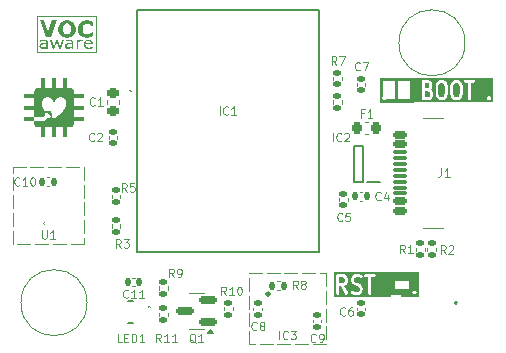
<source format=gbr>
%TF.GenerationSoftware,KiCad,Pcbnew,8.0.7*%
%TF.CreationDate,2025-10-25T23:35:46+02:00*%
%TF.ProjectId,VOCaware,564f4361-7761-4726-952e-6b696361645f,v1.0*%
%TF.SameCoordinates,Original*%
%TF.FileFunction,Legend,Top*%
%TF.FilePolarity,Positive*%
%FSLAX46Y46*%
G04 Gerber Fmt 4.6, Leading zero omitted, Abs format (unit mm)*
G04 Created by KiCad (PCBNEW 8.0.7) date 2025-10-25 23:35:46*
%MOMM*%
%LPD*%
G01*
G04 APERTURE LIST*
G04 Aperture macros list*
%AMRoundRect*
0 Rectangle with rounded corners*
0 $1 Rounding radius*
0 $2 $3 $4 $5 $6 $7 $8 $9 X,Y pos of 4 corners*
0 Add a 4 corners polygon primitive as box body*
4,1,4,$2,$3,$4,$5,$6,$7,$8,$9,$2,$3,0*
0 Add four circle primitives for the rounded corners*
1,1,$1+$1,$2,$3*
1,1,$1+$1,$4,$5*
1,1,$1+$1,$6,$7*
1,1,$1+$1,$8,$9*
0 Add four rect primitives between the rounded corners*
20,1,$1+$1,$2,$3,$4,$5,0*
20,1,$1+$1,$4,$5,$6,$7,0*
20,1,$1+$1,$6,$7,$8,$9,0*
20,1,$1+$1,$8,$9,$2,$3,0*%
G04 Aperture macros list end*
%ADD10C,0.100000*%
%ADD11C,0.250000*%
%ADD12C,0.280000*%
%ADD13C,0.150000*%
%ADD14C,0.120000*%
%ADD15C,0.000000*%
%ADD16C,0.200000*%
%ADD17RoundRect,0.140000X-0.170000X0.140000X-0.170000X-0.140000X0.170000X-0.140000X0.170000X0.140000X0*%
%ADD18RoundRect,0.140000X0.140000X0.170000X-0.140000X0.170000X-0.140000X-0.170000X0.140000X-0.170000X0*%
%ADD19R,1.000000X1.500000*%
%ADD20RoundRect,0.135000X0.185000X-0.135000X0.185000X0.135000X-0.185000X0.135000X-0.185000X-0.135000X0*%
%ADD21RoundRect,0.140000X-0.140000X-0.170000X0.140000X-0.170000X0.140000X0.170000X-0.140000X0.170000X0*%
%ADD22RoundRect,0.135000X0.135000X0.185000X-0.135000X0.185000X-0.135000X-0.185000X0.135000X-0.185000X0*%
%ADD23RoundRect,0.150000X0.587500X0.150000X-0.587500X0.150000X-0.587500X-0.150000X0.587500X-0.150000X0*%
%ADD24R,0.750000X0.450000*%
%ADD25R,1.350000X1.740000*%
%ADD26RoundRect,0.225000X0.250000X-0.225000X0.250000X0.225000X-0.250000X0.225000X-0.250000X-0.225000X0*%
%ADD27RoundRect,0.135000X-0.185000X0.135000X-0.185000X-0.135000X0.185000X-0.135000X0.185000X0.135000X0*%
%ADD28C,3.200000*%
%ADD29C,0.650000*%
%ADD30RoundRect,0.150000X0.425000X-0.150000X0.425000X0.150000X-0.425000X0.150000X-0.425000X-0.150000X0*%
%ADD31RoundRect,0.075000X0.500000X-0.075000X0.500000X0.075000X-0.500000X0.075000X-0.500000X-0.075000X0*%
%ADD32O,2.100000X1.000000*%
%ADD33O,1.800000X1.000000*%
%ADD34R,1.150000X0.600000*%
%ADD35R,0.950000X1.400000*%
%ADD36R,1.150000X0.750000*%
%ADD37RoundRect,0.140000X0.170000X-0.140000X0.170000X0.140000X-0.170000X0.140000X-0.170000X-0.140000X0*%
%ADD38R,0.800000X0.400000*%
%ADD39R,0.400000X0.800000*%
%ADD40R,1.200000X1.200000*%
%ADD41R,0.800000X0.800000*%
%ADD42R,0.600000X0.700000*%
%ADD43RoundRect,0.218750X-0.218750X-0.256250X0.218750X-0.256250X0.218750X0.256250X-0.218750X0.256250X0*%
%ADD44R,0.300000X0.500000*%
G04 APERTURE END LIST*
D10*
X98030000Y-72230000D02*
G75*
G02*
X92430000Y-72230000I-2800000J0D01*
G01*
X92430000Y-72230000D02*
G75*
G02*
X98030000Y-72230000I2800000J0D01*
G01*
X93750000Y-48000000D02*
X98750000Y-48000000D01*
X98750000Y-51000000D01*
X93750000Y-51000000D01*
X93750000Y-48000000D01*
X111730000Y-69730000D02*
X112830000Y-69730000D01*
X113230000Y-69730000D02*
X114330000Y-69730000D01*
X114730000Y-69730000D02*
X115830000Y-69730000D01*
X116230000Y-69730000D02*
X117330000Y-69730000D01*
X117730000Y-69730000D02*
X118230000Y-69730000D01*
X118230000Y-69730000D02*
X118230000Y-70830000D01*
X118230000Y-71230000D02*
X118230000Y-72330000D01*
X118230000Y-72730000D02*
X118230000Y-73830000D01*
X118230000Y-74230000D02*
X118230000Y-75330000D01*
X118230000Y-75730000D02*
X118230000Y-75730000D01*
X118230000Y-75730000D02*
X117130000Y-75730000D01*
X116730000Y-75730000D02*
X115630000Y-75730000D01*
X115230000Y-75730000D02*
X114130000Y-75730000D01*
X113730000Y-75730000D02*
X112630000Y-75730000D01*
X112230000Y-75730000D02*
X111730000Y-75730000D01*
X111730000Y-75730000D02*
X111730000Y-74630000D01*
X111730000Y-74230000D02*
X111730000Y-73130000D01*
X111730000Y-72730000D02*
X111730000Y-71630000D01*
X111730000Y-71230000D02*
X111730000Y-70130000D01*
X111730000Y-69730000D02*
X111730000Y-69730000D01*
X130030000Y-50230000D02*
G75*
G02*
X124430000Y-50230000I-2800000J0D01*
G01*
X124430000Y-50230000D02*
G75*
G02*
X130030000Y-50230000I2800000J0D01*
G01*
X91730000Y-60730000D02*
X92830000Y-60730000D01*
X93230000Y-60730000D02*
X94330000Y-60730000D01*
X94730000Y-60730000D02*
X95830000Y-60730000D01*
X96230000Y-60730000D02*
X97330000Y-60730000D01*
X97730000Y-60730000D02*
X97730000Y-60730000D01*
X97730000Y-60730000D02*
X97730000Y-61830000D01*
X97730000Y-62230000D02*
X97730000Y-63330000D01*
X97730000Y-63730000D02*
X97730000Y-64830000D01*
X97730000Y-65230000D02*
X97730000Y-66330000D01*
X97730000Y-66730000D02*
X97730000Y-67230000D01*
X97730000Y-67230000D02*
X96630000Y-67230000D01*
X96230000Y-67230000D02*
X95130000Y-67230000D01*
X94730000Y-67230000D02*
X93630000Y-67230000D01*
X93230000Y-67230000D02*
X92130000Y-67230000D01*
X91730000Y-67230000D02*
X91730000Y-67230000D01*
X91730000Y-67230000D02*
X91730000Y-66130000D01*
X91730000Y-65730000D02*
X91730000Y-64630000D01*
X91730000Y-64230000D02*
X91730000Y-63130000D01*
X91730000Y-62730000D02*
X91730000Y-61630000D01*
X91730000Y-61230000D02*
X91730000Y-60730000D01*
G36*
X94407117Y-49950010D02*
G01*
X94464809Y-49955362D01*
X94503813Y-49961856D01*
X94558250Y-49977043D01*
X94609042Y-50001407D01*
X94618265Y-50007285D01*
X94657889Y-50040726D01*
X94687594Y-50082433D01*
X94690806Y-50088618D01*
X94707886Y-50136797D01*
X94714913Y-50185386D01*
X94715792Y-50212205D01*
X94715792Y-50730000D01*
X94574473Y-50730000D01*
X94574473Y-50645003D01*
X94529353Y-50673231D01*
X94523426Y-50676999D01*
X94476376Y-50702873D01*
X94461095Y-50709483D01*
X94409920Y-50727470D01*
X94379420Y-50735129D01*
X94326057Y-50743323D01*
X94271416Y-50745631D01*
X94216608Y-50741448D01*
X94160087Y-50726744D01*
X94109007Y-50701452D01*
X94077976Y-50678709D01*
X94039663Y-50638010D01*
X94013889Y-50591477D01*
X94000654Y-50539109D01*
X93998719Y-50507494D01*
X93999502Y-50497725D01*
X94145143Y-50497725D01*
X94154765Y-50548368D01*
X94188935Y-50589804D01*
X94240145Y-50611893D01*
X94295734Y-50619827D01*
X94322732Y-50620579D01*
X94377099Y-50617144D01*
X94431819Y-50605671D01*
X94459483Y-50596154D01*
X94508401Y-50574539D01*
X94557710Y-50547745D01*
X94574473Y-50537292D01*
X94574473Y-50339211D01*
X94517833Y-50342315D01*
X94463950Y-50345760D01*
X94421332Y-50348736D01*
X94365218Y-50353795D01*
X94309953Y-50361559D01*
X94281894Y-50367299D01*
X94229602Y-50384580D01*
X94182756Y-50412728D01*
X94152342Y-50454768D01*
X94145143Y-50497725D01*
X93999502Y-50497725D01*
X94002733Y-50457415D01*
X94016422Y-50409711D01*
X94039825Y-50369741D01*
X94075768Y-50333334D01*
X94121533Y-50303246D01*
X94157501Y-50286699D01*
X94208569Y-50269807D01*
X94265724Y-50256684D01*
X94322367Y-50248095D01*
X94342344Y-50245910D01*
X94397455Y-50240873D01*
X94454513Y-50236507D01*
X94513519Y-50232813D01*
X94574473Y-50229790D01*
X94574473Y-50209030D01*
X94568411Y-50160099D01*
X94557278Y-50133070D01*
X94521812Y-50093881D01*
X94508649Y-50085687D01*
X94456561Y-50067185D01*
X94436109Y-50063705D01*
X94381809Y-50058668D01*
X94347718Y-50057843D01*
X94292494Y-50061385D01*
X94235839Y-50071082D01*
X94223056Y-50073963D01*
X94170830Y-50087931D01*
X94117319Y-50106020D01*
X94080931Y-50120369D01*
X94073408Y-50120369D01*
X94073408Y-49984570D01*
X94128043Y-49972791D01*
X94183840Y-49962946D01*
X94193503Y-49961367D01*
X94247337Y-49953997D01*
X94305413Y-49949446D01*
X94348524Y-49948422D01*
X94407117Y-49950010D01*
G37*
G36*
X96038171Y-49964054D02*
G01*
X95818401Y-50730000D01*
X95686755Y-50730000D01*
X95469940Y-50139665D01*
X95254469Y-50730000D01*
X95123897Y-50730000D01*
X94901709Y-49964054D01*
X95049745Y-49964054D01*
X95204766Y-50557320D01*
X95415669Y-49964054D01*
X95532540Y-49964054D01*
X95748817Y-50557320D01*
X95895240Y-49964054D01*
X96038171Y-49964054D01*
G37*
G36*
X96568275Y-49950010D02*
G01*
X96625967Y-49955362D01*
X96664972Y-49961856D01*
X96719408Y-49977043D01*
X96770200Y-50001407D01*
X96779424Y-50007285D01*
X96819047Y-50040726D01*
X96848752Y-50082433D01*
X96851964Y-50088618D01*
X96869044Y-50136797D01*
X96876072Y-50185386D01*
X96876950Y-50212205D01*
X96876950Y-50730000D01*
X96735631Y-50730000D01*
X96735631Y-50645003D01*
X96690511Y-50673231D01*
X96684584Y-50676999D01*
X96637534Y-50702873D01*
X96622254Y-50709483D01*
X96571079Y-50727470D01*
X96540579Y-50735129D01*
X96487216Y-50743323D01*
X96432575Y-50745631D01*
X96377766Y-50741448D01*
X96321246Y-50726744D01*
X96270165Y-50701452D01*
X96239134Y-50678709D01*
X96200822Y-50638010D01*
X96175048Y-50591477D01*
X96161812Y-50539109D01*
X96159877Y-50507494D01*
X96160660Y-50497725D01*
X96306301Y-50497725D01*
X96315923Y-50548368D01*
X96350094Y-50589804D01*
X96401303Y-50611893D01*
X96456892Y-50619827D01*
X96483890Y-50620579D01*
X96538257Y-50617144D01*
X96592977Y-50605671D01*
X96620642Y-50596154D01*
X96669559Y-50574539D01*
X96718868Y-50547745D01*
X96735631Y-50537292D01*
X96735631Y-50339211D01*
X96678991Y-50342315D01*
X96625108Y-50345760D01*
X96582491Y-50348736D01*
X96526377Y-50353795D01*
X96471111Y-50361559D01*
X96443053Y-50367299D01*
X96390761Y-50384580D01*
X96343914Y-50412728D01*
X96313500Y-50454768D01*
X96306301Y-50497725D01*
X96160660Y-50497725D01*
X96163892Y-50457415D01*
X96177580Y-50409711D01*
X96200983Y-50369741D01*
X96236926Y-50333334D01*
X96282692Y-50303246D01*
X96318660Y-50286699D01*
X96369727Y-50269807D01*
X96426882Y-50256684D01*
X96483526Y-50248095D01*
X96503503Y-50245910D01*
X96558613Y-50240873D01*
X96615671Y-50236507D01*
X96674677Y-50232813D01*
X96735631Y-50229790D01*
X96735631Y-50209030D01*
X96729569Y-50160099D01*
X96718436Y-50133070D01*
X96682970Y-50093881D01*
X96669808Y-50085687D01*
X96617720Y-50067185D01*
X96597267Y-50063705D01*
X96542967Y-50058668D01*
X96508876Y-50057843D01*
X96453652Y-50061385D01*
X96396997Y-50071082D01*
X96384214Y-50073963D01*
X96331988Y-50087931D01*
X96278477Y-50106020D01*
X96242090Y-50120369D01*
X96234567Y-50120369D01*
X96234567Y-49984570D01*
X96289201Y-49972791D01*
X96344998Y-49962946D01*
X96354661Y-49961367D01*
X96408495Y-49953997D01*
X96466571Y-49949446D01*
X96509682Y-49948422D01*
X96568275Y-49950010D01*
G37*
G36*
X97671936Y-50104738D02*
G01*
X97664413Y-50104738D01*
X97610168Y-50093758D01*
X97602620Y-50092770D01*
X97547065Y-50089235D01*
X97532229Y-50089106D01*
X97475508Y-50094202D01*
X97420535Y-50109489D01*
X97405150Y-50115729D01*
X97356133Y-50139741D01*
X97308624Y-50168913D01*
X97287205Y-50184117D01*
X97287205Y-50730000D01*
X97145080Y-50730000D01*
X97145080Y-49964054D01*
X97287205Y-49964054D01*
X97287205Y-50077138D01*
X97333215Y-50045239D01*
X97380599Y-50016502D01*
X97428176Y-49993046D01*
X97436315Y-49989699D01*
X97489367Y-49973095D01*
X97543305Y-49964956D01*
X97568499Y-49964054D01*
X97621964Y-49965764D01*
X97671936Y-49972358D01*
X97671936Y-50104738D01*
G37*
G36*
X98213632Y-49951522D02*
G01*
X98269435Y-49960822D01*
X98327567Y-49979506D01*
X98378191Y-50006629D01*
X98415607Y-50036594D01*
X98451723Y-50078615D01*
X98478969Y-50127742D01*
X98495262Y-50175507D01*
X98505038Y-50228493D01*
X98508297Y-50286699D01*
X98508297Y-50354842D01*
X97886332Y-50354842D01*
X97889619Y-50406454D01*
X97900599Y-50456475D01*
X97909706Y-50480872D01*
X97935457Y-50526832D01*
X97971383Y-50566628D01*
X97973918Y-50568799D01*
X98017039Y-50598292D01*
X98067414Y-50619357D01*
X98120461Y-50631454D01*
X98174340Y-50636062D01*
X98186434Y-50636210D01*
X98240298Y-50633133D01*
X98294425Y-50623903D01*
X98348814Y-50608518D01*
X98359724Y-50604703D01*
X98409391Y-50584977D01*
X98459287Y-50559691D01*
X98484117Y-50542421D01*
X98491639Y-50542421D01*
X98491639Y-50681639D01*
X98437385Y-50700885D01*
X98382225Y-50717589D01*
X98344947Y-50727313D01*
X98287834Y-50738475D01*
X98233556Y-50744182D01*
X98187777Y-50745631D01*
X98124449Y-50743139D01*
X98065607Y-50735661D01*
X98011252Y-50723198D01*
X97951947Y-50701663D01*
X97899104Y-50672949D01*
X97860003Y-50643538D01*
X97819920Y-50602147D01*
X97788130Y-50554729D01*
X97764634Y-50501282D01*
X97751388Y-50452139D01*
X97743901Y-50398810D01*
X97742058Y-50353133D01*
X97744813Y-50296851D01*
X97750446Y-50261053D01*
X97886332Y-50261053D01*
X98369933Y-50261053D01*
X98365144Y-50209988D01*
X98349654Y-50161407D01*
X98320251Y-50117885D01*
X98313513Y-50111088D01*
X98268606Y-50080774D01*
X98215880Y-50064135D01*
X98158736Y-50058051D01*
X98144790Y-50057843D01*
X98090603Y-50061492D01*
X98036588Y-50074318D01*
X97985195Y-50099400D01*
X97962903Y-50116217D01*
X97926449Y-50155444D01*
X97901382Y-50200157D01*
X97887702Y-50250355D01*
X97886332Y-50261053D01*
X97750446Y-50261053D01*
X97753078Y-50244325D01*
X97766852Y-50195557D01*
X97790654Y-50141993D01*
X97822391Y-50093839D01*
X97854898Y-50057843D01*
X97899817Y-50020657D01*
X97949742Y-49991165D01*
X98004673Y-49969366D01*
X98064610Y-49955261D01*
X98118381Y-49949384D01*
X98152313Y-49948422D01*
X98213632Y-49951522D01*
G37*
D11*
G36*
X127008284Y-54372218D02*
G01*
X127033864Y-54404193D01*
X127075188Y-54507499D01*
X127075188Y-54673642D01*
X127033864Y-54776948D01*
X127001594Y-54817285D01*
X126935767Y-54858428D01*
X126639474Y-54858428D01*
X126639474Y-54322714D01*
X126889473Y-54322714D01*
X127008284Y-54372218D01*
G37*
G36*
X126944452Y-53649571D02*
G01*
X126976720Y-53689906D01*
X127018045Y-53793213D01*
X127018045Y-53887928D01*
X126976720Y-53991235D01*
X126944452Y-54031570D01*
X126878624Y-54072714D01*
X126639474Y-54072714D01*
X126639474Y-53608428D01*
X126878624Y-53608428D01*
X126944452Y-53649571D01*
G37*
G36*
X128201596Y-53649571D02*
G01*
X128283579Y-53752051D01*
X128332331Y-53995807D01*
X128332331Y-54471048D01*
X128283579Y-54714804D01*
X128201594Y-54817285D01*
X128135767Y-54858428D01*
X127978895Y-54858428D01*
X127913067Y-54817285D01*
X127831082Y-54714804D01*
X127782331Y-54471047D01*
X127782331Y-53995808D01*
X127831082Y-53752050D01*
X127913066Y-53649570D01*
X127978895Y-53608428D01*
X128135768Y-53608428D01*
X128201596Y-53649571D01*
G37*
G36*
X129458739Y-53649571D02*
G01*
X129540722Y-53752051D01*
X129589474Y-53995807D01*
X129589474Y-54471048D01*
X129540722Y-54714804D01*
X129458737Y-54817285D01*
X129392910Y-54858428D01*
X129236038Y-54858428D01*
X129170210Y-54817285D01*
X129088225Y-54714804D01*
X129039474Y-54471047D01*
X129039474Y-53995808D01*
X129088225Y-53752050D01*
X129170209Y-53649570D01*
X129236038Y-53608428D01*
X129392911Y-53608428D01*
X129458739Y-53649571D01*
G37*
G36*
X132405684Y-55275095D02*
G01*
X122851836Y-55275095D01*
X122851836Y-54901301D01*
X123018503Y-54901301D01*
X123019691Y-54912000D01*
X123018503Y-54922699D01*
X123022358Y-54936005D01*
X123023889Y-54949776D01*
X123029081Y-54959205D01*
X123032078Y-54969545D01*
X123045436Y-54990087D01*
X123102579Y-55061516D01*
X123104074Y-55063049D01*
X123104558Y-55063927D01*
X123106253Y-55065283D01*
X123119688Y-55079057D01*
X123125804Y-55082425D01*
X123130741Y-55087362D01*
X123137191Y-55090034D01*
X123142642Y-55094394D01*
X123152977Y-55097388D01*
X123162411Y-55102584D01*
X123169352Y-55103355D01*
X123175801Y-55106026D01*
X123182783Y-55106026D01*
X123189488Y-55107969D01*
X123200186Y-55106780D01*
X123210887Y-55107969D01*
X123217592Y-55106026D01*
X123224573Y-55106026D01*
X123231023Y-55103353D01*
X123237963Y-55102583D01*
X123247390Y-55097391D01*
X123257732Y-55094395D01*
X123263184Y-55090033D01*
X123269633Y-55087362D01*
X123274570Y-55082424D01*
X123280686Y-55079057D01*
X123294116Y-55065286D01*
X123295816Y-55063927D01*
X123296300Y-55063047D01*
X123297795Y-55061515D01*
X123354938Y-54990087D01*
X123368297Y-54969545D01*
X123371292Y-54959205D01*
X123376485Y-54949777D01*
X123378015Y-54936005D01*
X123381871Y-54922699D01*
X123380682Y-54912003D01*
X123381872Y-54901302D01*
X123378015Y-54887994D01*
X123376486Y-54874224D01*
X123371292Y-54864792D01*
X123368297Y-54854456D01*
X123354939Y-54833914D01*
X123297796Y-54762484D01*
X123296300Y-54760950D01*
X123295816Y-54760071D01*
X123294114Y-54758710D01*
X123280686Y-54744943D01*
X123274572Y-54741576D01*
X123269633Y-54736637D01*
X123263182Y-54733965D01*
X123257731Y-54729604D01*
X123247390Y-54726607D01*
X123237963Y-54721416D01*
X123231023Y-54720645D01*
X123224573Y-54717973D01*
X123217594Y-54717973D01*
X123210886Y-54716029D01*
X123200183Y-54717218D01*
X123189488Y-54716030D01*
X123182783Y-54717973D01*
X123175801Y-54717973D01*
X123169350Y-54720644D01*
X123162411Y-54721416D01*
X123152982Y-54726608D01*
X123142643Y-54729604D01*
X123137191Y-54733965D01*
X123130741Y-54736637D01*
X123125803Y-54741574D01*
X123119688Y-54744942D01*
X123106250Y-54758718D01*
X123104559Y-54760072D01*
X123104077Y-54760947D01*
X123102578Y-54762484D01*
X123045435Y-54833913D01*
X123032077Y-54854456D01*
X123029081Y-54864795D01*
X123023889Y-54874224D01*
X123022359Y-54887993D01*
X123018503Y-54901301D01*
X122851836Y-54901301D01*
X122851836Y-53483428D01*
X126389474Y-53483428D01*
X126389474Y-54983428D01*
X126391876Y-55007814D01*
X126410540Y-55052874D01*
X126445028Y-55087362D01*
X126490088Y-55106026D01*
X126514474Y-55108428D01*
X126971617Y-55108428D01*
X126996003Y-55106026D01*
X127005635Y-55102036D01*
X127015914Y-55100315D01*
X127037867Y-55089428D01*
X127152152Y-55018000D01*
X127163616Y-55009161D01*
X127166401Y-55007628D01*
X127168812Y-55005155D01*
X127171558Y-55003039D01*
X127173409Y-55000443D01*
X127183511Y-54990087D01*
X127240654Y-54918657D01*
X127245664Y-54910951D01*
X127247818Y-54908745D01*
X127250656Y-54903274D01*
X127254012Y-54898115D01*
X127254868Y-54895157D01*
X127259105Y-54886995D01*
X127316248Y-54744138D01*
X127322299Y-54723275D01*
X127322786Y-54722100D01*
X127322861Y-54721338D01*
X127323074Y-54720604D01*
X127323058Y-54719333D01*
X127325188Y-54697714D01*
X127325188Y-54483428D01*
X127323058Y-54461808D01*
X127323074Y-54460538D01*
X127322861Y-54459803D01*
X127322786Y-54459042D01*
X127322299Y-54457866D01*
X127316248Y-54437004D01*
X127259105Y-54294147D01*
X127254868Y-54285984D01*
X127254012Y-54283027D01*
X127250656Y-54277867D01*
X127247818Y-54272397D01*
X127245664Y-54270190D01*
X127240654Y-54262485D01*
X127183511Y-54191055D01*
X127166401Y-54173514D01*
X127160400Y-54170209D01*
X127156684Y-54166477D01*
X127183511Y-54132944D01*
X127188523Y-54125236D01*
X127190675Y-54123031D01*
X127193513Y-54117561D01*
X127196869Y-54112401D01*
X127197725Y-54109444D01*
X127201962Y-54101281D01*
X127249156Y-53983297D01*
X127532331Y-53983297D01*
X127532339Y-53983340D01*
X127532331Y-53983428D01*
X127532331Y-54483428D01*
X127532339Y-54483515D01*
X127532331Y-54483559D01*
X127533573Y-54496046D01*
X127534733Y-54507814D01*
X127534749Y-54507852D01*
X127534758Y-54507943D01*
X127591901Y-54793656D01*
X127599039Y-54817098D01*
X127602017Y-54821545D01*
X127603507Y-54826686D01*
X127616865Y-54847229D01*
X127731151Y-54990087D01*
X127741255Y-55000445D01*
X127743104Y-55003038D01*
X127745845Y-55005151D01*
X127748261Y-55007628D01*
X127751047Y-55009162D01*
X127762510Y-55018000D01*
X127876795Y-55089428D01*
X127898747Y-55100315D01*
X127909027Y-55102036D01*
X127918659Y-55106026D01*
X127943045Y-55108428D01*
X128171617Y-55108428D01*
X128196003Y-55106026D01*
X128205635Y-55102036D01*
X128215914Y-55100315D01*
X128237867Y-55089428D01*
X128352152Y-55018000D01*
X128363616Y-55009161D01*
X128366401Y-55007628D01*
X128368812Y-55005155D01*
X128371558Y-55003039D01*
X128373409Y-55000443D01*
X128383511Y-54990087D01*
X128497797Y-54847229D01*
X128511155Y-54826686D01*
X128512644Y-54821545D01*
X128515623Y-54817098D01*
X128522761Y-54793657D01*
X128579904Y-54507943D01*
X128579912Y-54507852D01*
X128579929Y-54507814D01*
X128581088Y-54496046D01*
X128582331Y-54483559D01*
X128582322Y-54483515D01*
X128582331Y-54483428D01*
X128582331Y-53983428D01*
X128582322Y-53983340D01*
X128582331Y-53983297D01*
X128789474Y-53983297D01*
X128789482Y-53983340D01*
X128789474Y-53983428D01*
X128789474Y-54483428D01*
X128789482Y-54483515D01*
X128789474Y-54483559D01*
X128790716Y-54496046D01*
X128791876Y-54507814D01*
X128791892Y-54507852D01*
X128791901Y-54507943D01*
X128849044Y-54793656D01*
X128856182Y-54817098D01*
X128859160Y-54821545D01*
X128860650Y-54826686D01*
X128874008Y-54847229D01*
X128988294Y-54990087D01*
X128998398Y-55000445D01*
X129000247Y-55003038D01*
X129002988Y-55005151D01*
X129005404Y-55007628D01*
X129008190Y-55009162D01*
X129019653Y-55018000D01*
X129133938Y-55089428D01*
X129155890Y-55100315D01*
X129166170Y-55102036D01*
X129175802Y-55106026D01*
X129200188Y-55108428D01*
X129428760Y-55108428D01*
X129453146Y-55106026D01*
X129462778Y-55102036D01*
X129473057Y-55100315D01*
X129495010Y-55089428D01*
X129609295Y-55018000D01*
X129620759Y-55009161D01*
X129623544Y-55007628D01*
X129625955Y-55005155D01*
X129628701Y-55003039D01*
X129630552Y-55000443D01*
X129640654Y-54990087D01*
X129754940Y-54847229D01*
X129768298Y-54826686D01*
X129769787Y-54821545D01*
X129772766Y-54817098D01*
X129779904Y-54793657D01*
X129837047Y-54507943D01*
X129837055Y-54507852D01*
X129837072Y-54507814D01*
X129838231Y-54496046D01*
X129839474Y-54483559D01*
X129839465Y-54483515D01*
X129839474Y-54483428D01*
X129839474Y-53983428D01*
X129839465Y-53983340D01*
X129839474Y-53983297D01*
X129838231Y-53970809D01*
X129837072Y-53959042D01*
X129837055Y-53959003D01*
X129837047Y-53958913D01*
X129779904Y-53673199D01*
X129772766Y-53649758D01*
X129769786Y-53645308D01*
X129768297Y-53640169D01*
X129754939Y-53619627D01*
X129640653Y-53476770D01*
X129630552Y-53466413D01*
X129628702Y-53463819D01*
X129625959Y-53461704D01*
X129623544Y-53459228D01*
X129623206Y-53459042D01*
X129934733Y-53459042D01*
X129934733Y-53507814D01*
X129953397Y-53552874D01*
X129987885Y-53587362D01*
X130032945Y-53606026D01*
X130057331Y-53608428D01*
X130275188Y-53608428D01*
X130275188Y-54983428D01*
X130277590Y-55007814D01*
X130296254Y-55052874D01*
X130330742Y-55087362D01*
X130375802Y-55106026D01*
X130424574Y-55106026D01*
X130469634Y-55087362D01*
X130504122Y-55052874D01*
X130522786Y-55007814D01*
X130525188Y-54983428D01*
X130525188Y-54901301D01*
X131875648Y-54901301D01*
X131876836Y-54912000D01*
X131875648Y-54922699D01*
X131879503Y-54936005D01*
X131881034Y-54949776D01*
X131886226Y-54959205D01*
X131889223Y-54969545D01*
X131902581Y-54990087D01*
X131959724Y-55061516D01*
X131961219Y-55063049D01*
X131961703Y-55063927D01*
X131963398Y-55065283D01*
X131976833Y-55079057D01*
X131982949Y-55082425D01*
X131987886Y-55087362D01*
X131994336Y-55090034D01*
X131999787Y-55094394D01*
X132010122Y-55097388D01*
X132019556Y-55102584D01*
X132026497Y-55103355D01*
X132032946Y-55106026D01*
X132039928Y-55106026D01*
X132046633Y-55107969D01*
X132057331Y-55106780D01*
X132068032Y-55107969D01*
X132074737Y-55106026D01*
X132081718Y-55106026D01*
X132088168Y-55103353D01*
X132095108Y-55102583D01*
X132104535Y-55097391D01*
X132114877Y-55094395D01*
X132120329Y-55090033D01*
X132126778Y-55087362D01*
X132131715Y-55082424D01*
X132137831Y-55079057D01*
X132151261Y-55065286D01*
X132152961Y-55063927D01*
X132153445Y-55063047D01*
X132154940Y-55061515D01*
X132212083Y-54990087D01*
X132225442Y-54969545D01*
X132228437Y-54959205D01*
X132233630Y-54949777D01*
X132235160Y-54936005D01*
X132239016Y-54922699D01*
X132237827Y-54912003D01*
X132239017Y-54901302D01*
X132235160Y-54887994D01*
X132233631Y-54874224D01*
X132228437Y-54864792D01*
X132225442Y-54854456D01*
X132212084Y-54833914D01*
X132154941Y-54762484D01*
X132153445Y-54760950D01*
X132152961Y-54760071D01*
X132151259Y-54758710D01*
X132137831Y-54744943D01*
X132131717Y-54741576D01*
X132126778Y-54736637D01*
X132120327Y-54733965D01*
X132114876Y-54729604D01*
X132104535Y-54726607D01*
X132095108Y-54721416D01*
X132088168Y-54720645D01*
X132081718Y-54717973D01*
X132074739Y-54717973D01*
X132068031Y-54716029D01*
X132057328Y-54717218D01*
X132046633Y-54716030D01*
X132039928Y-54717973D01*
X132032946Y-54717973D01*
X132026495Y-54720644D01*
X132019556Y-54721416D01*
X132010127Y-54726608D01*
X131999788Y-54729604D01*
X131994336Y-54733965D01*
X131987886Y-54736637D01*
X131982948Y-54741574D01*
X131976833Y-54744942D01*
X131963395Y-54758718D01*
X131961704Y-54760072D01*
X131961222Y-54760947D01*
X131959723Y-54762484D01*
X131902580Y-54833913D01*
X131889222Y-54854456D01*
X131886226Y-54864795D01*
X131881034Y-54874224D01*
X131879504Y-54887993D01*
X131875648Y-54901301D01*
X130525188Y-54901301D01*
X130525188Y-53608428D01*
X130743046Y-53608428D01*
X130767432Y-53606026D01*
X130812492Y-53587362D01*
X130846980Y-53552874D01*
X130865644Y-53507814D01*
X130865644Y-53459042D01*
X130846980Y-53413982D01*
X130812492Y-53379494D01*
X130767432Y-53360830D01*
X130743046Y-53358428D01*
X130057331Y-53358428D01*
X130032945Y-53360830D01*
X129987885Y-53379494D01*
X129953397Y-53413982D01*
X129934733Y-53459042D01*
X129623206Y-53459042D01*
X129620754Y-53457691D01*
X129609296Y-53448858D01*
X129495010Y-53377429D01*
X129473058Y-53366541D01*
X129462777Y-53364819D01*
X129453146Y-53360830D01*
X129428760Y-53358428D01*
X129200188Y-53358428D01*
X129175802Y-53360830D01*
X129166170Y-53364819D01*
X129155890Y-53366541D01*
X129133938Y-53377428D01*
X129019653Y-53448858D01*
X129008190Y-53457694D01*
X129005404Y-53459229D01*
X129002990Y-53461703D01*
X129000246Y-53463819D01*
X128998395Y-53466414D01*
X128988294Y-53476770D01*
X128874009Y-53619627D01*
X128860650Y-53640170D01*
X128859160Y-53645310D01*
X128856182Y-53649758D01*
X128849044Y-53673200D01*
X128791901Y-53958913D01*
X128791892Y-53959003D01*
X128791876Y-53959042D01*
X128790716Y-53970809D01*
X128789474Y-53983297D01*
X128582331Y-53983297D01*
X128581088Y-53970809D01*
X128579929Y-53959042D01*
X128579912Y-53959003D01*
X128579904Y-53958913D01*
X128522761Y-53673199D01*
X128515623Y-53649758D01*
X128512643Y-53645308D01*
X128511154Y-53640169D01*
X128497796Y-53619627D01*
X128383510Y-53476770D01*
X128373409Y-53466413D01*
X128371559Y-53463819D01*
X128368816Y-53461704D01*
X128366401Y-53459228D01*
X128363611Y-53457691D01*
X128352153Y-53448858D01*
X128237867Y-53377429D01*
X128215915Y-53366541D01*
X128205634Y-53364819D01*
X128196003Y-53360830D01*
X128171617Y-53358428D01*
X127943045Y-53358428D01*
X127918659Y-53360830D01*
X127909027Y-53364819D01*
X127898747Y-53366541D01*
X127876795Y-53377428D01*
X127762510Y-53448858D01*
X127751047Y-53457694D01*
X127748261Y-53459229D01*
X127745847Y-53461703D01*
X127743103Y-53463819D01*
X127741252Y-53466414D01*
X127731151Y-53476770D01*
X127616866Y-53619627D01*
X127603507Y-53640170D01*
X127602017Y-53645310D01*
X127599039Y-53649758D01*
X127591901Y-53673200D01*
X127534758Y-53958913D01*
X127534749Y-53959003D01*
X127534733Y-53959042D01*
X127533573Y-53970809D01*
X127532331Y-53983297D01*
X127249156Y-53983297D01*
X127259105Y-53958424D01*
X127265156Y-53937561D01*
X127265643Y-53936386D01*
X127265718Y-53935624D01*
X127265931Y-53934890D01*
X127265915Y-53933619D01*
X127268045Y-53912000D01*
X127268045Y-53769142D01*
X127265915Y-53747522D01*
X127265931Y-53746252D01*
X127265718Y-53745517D01*
X127265643Y-53744756D01*
X127265156Y-53743580D01*
X127259105Y-53722718D01*
X127201962Y-53579861D01*
X127197725Y-53571697D01*
X127196869Y-53568741D01*
X127193513Y-53563580D01*
X127190675Y-53558111D01*
X127188523Y-53555905D01*
X127183511Y-53548198D01*
X127126369Y-53476770D01*
X127116267Y-53466414D01*
X127114417Y-53463819D01*
X127111672Y-53461703D01*
X127109259Y-53459229D01*
X127106472Y-53457694D01*
X127095010Y-53448858D01*
X126980724Y-53377428D01*
X126958772Y-53366541D01*
X126948491Y-53364819D01*
X126938860Y-53360830D01*
X126914474Y-53358428D01*
X126514474Y-53358428D01*
X126490088Y-53360830D01*
X126445028Y-53379494D01*
X126410540Y-53413982D01*
X126391876Y-53459042D01*
X126389474Y-53483428D01*
X122851836Y-53483428D01*
X122851836Y-53191761D01*
X132405684Y-53191761D01*
X132405684Y-55275095D01*
G37*
D12*
G36*
X95480942Y-48339529D02*
G01*
X94958799Y-49762000D01*
X94545394Y-49762000D01*
X94023251Y-48339529D01*
X94410669Y-48339529D01*
X94757055Y-49338678D01*
X95103098Y-48339529D01*
X95480942Y-48339529D01*
G37*
G36*
X96416837Y-48320728D02*
G01*
X96496012Y-48329976D01*
X96570581Y-48345390D01*
X96640546Y-48366970D01*
X96705904Y-48394715D01*
X96766657Y-48428626D01*
X96822805Y-48468702D01*
X96874347Y-48514944D01*
X96920589Y-48566406D01*
X96960665Y-48622314D01*
X96994576Y-48682666D01*
X97022322Y-48747464D01*
X97043901Y-48816706D01*
X97059315Y-48890394D01*
X97068564Y-48968528D01*
X97071646Y-49051106D01*
X97068580Y-49133140D01*
X97059379Y-49210835D01*
X97044045Y-49284192D01*
X97022578Y-49353210D01*
X96994977Y-49417890D01*
X96961243Y-49478232D01*
X96921374Y-49534235D01*
X96875373Y-49585900D01*
X96824039Y-49632303D01*
X96768004Y-49672518D01*
X96707267Y-49706546D01*
X96641828Y-49734388D01*
X96571687Y-49756042D01*
X96496845Y-49771510D01*
X96417301Y-49780790D01*
X96333056Y-49783884D01*
X96249046Y-49780790D01*
X96169694Y-49771510D01*
X96095002Y-49756042D01*
X96024968Y-49734388D01*
X95959593Y-49706546D01*
X95898878Y-49672518D01*
X95842821Y-49632303D01*
X95791423Y-49585900D01*
X95745502Y-49534235D01*
X95705703Y-49478232D01*
X95672027Y-49417890D01*
X95644474Y-49353210D01*
X95623044Y-49284192D01*
X95607737Y-49210835D01*
X95598553Y-49133140D01*
X95595491Y-49051106D01*
X95979148Y-49051106D01*
X95982020Y-49126540D01*
X95990635Y-49194694D01*
X96006746Y-49261256D01*
X96008555Y-49266870D01*
X96035495Y-49333688D01*
X96071324Y-49393527D01*
X96085833Y-49411853D01*
X96138065Y-49460579D01*
X96198332Y-49494602D01*
X96264583Y-49514606D01*
X96334082Y-49521274D01*
X96403496Y-49514520D01*
X96469490Y-49494260D01*
X96530013Y-49459468D01*
X96582330Y-49409801D01*
X96621378Y-49353455D01*
X96651283Y-49289433D01*
X96662002Y-49257296D01*
X96677838Y-49186851D01*
X96685934Y-49114758D01*
X96687990Y-49050422D01*
X96685637Y-48981708D01*
X96677502Y-48912466D01*
X96661843Y-48844938D01*
X96658241Y-48833632D01*
X96631023Y-48766485D01*
X96594895Y-48706795D01*
X96580279Y-48688650D01*
X96527534Y-48639411D01*
X96467096Y-48605900D01*
X96397710Y-48585890D01*
X96334082Y-48580255D01*
X96265950Y-48586495D01*
X96201751Y-48605217D01*
X96138790Y-48640543D01*
X96087885Y-48686940D01*
X96046592Y-48745644D01*
X96017125Y-48811107D01*
X96009239Y-48833974D01*
X95992107Y-48901903D01*
X95982704Y-48969756D01*
X95979178Y-49043420D01*
X95979148Y-49051106D01*
X95595491Y-49051106D01*
X95598553Y-48968528D01*
X95607737Y-48890394D01*
X95623044Y-48816706D01*
X95644474Y-48747464D01*
X95672027Y-48682666D01*
X95705703Y-48622314D01*
X95745502Y-48566406D01*
X95791423Y-48514944D01*
X95842821Y-48468702D01*
X95898878Y-48428626D01*
X95959593Y-48394715D01*
X96024968Y-48366970D01*
X96095002Y-48345390D01*
X96169694Y-48329976D01*
X96249046Y-48320728D01*
X96333056Y-48317645D01*
X96416837Y-48320728D01*
G37*
G36*
X97992149Y-49783884D02*
G01*
X97923464Y-49781658D01*
X97847853Y-49773666D01*
X97775319Y-49759860D01*
X97705862Y-49740241D01*
X97697397Y-49737380D01*
X97632236Y-49711286D01*
X97564601Y-49675134D01*
X97502970Y-49631788D01*
X97465219Y-49598894D01*
X97414057Y-49543722D01*
X97369818Y-49481301D01*
X97336308Y-49419731D01*
X97314766Y-49369794D01*
X97291428Y-49298393D01*
X97276478Y-49231534D01*
X97266632Y-49160584D01*
X97261892Y-49085544D01*
X97261423Y-49052132D01*
X97263861Y-48980318D01*
X97271175Y-48911481D01*
X97285504Y-48836457D01*
X97306203Y-48765323D01*
X97312372Y-48748147D01*
X97340732Y-48682217D01*
X97374862Y-48621202D01*
X97414762Y-48565103D01*
X97460432Y-48513919D01*
X97516458Y-48464433D01*
X97579515Y-48421763D01*
X97641471Y-48389557D01*
X97691584Y-48368936D01*
X97762237Y-48346496D01*
X97836053Y-48330468D01*
X97913032Y-48320851D01*
X97982984Y-48317695D01*
X97993175Y-48317645D01*
X98063586Y-48319282D01*
X98132850Y-48324705D01*
X98155938Y-48327561D01*
X98225950Y-48339016D01*
X98290321Y-48353549D01*
X98358854Y-48375235D01*
X98406922Y-48393898D01*
X98470293Y-48421744D01*
X98498904Y-48435272D01*
X98498904Y-48777212D01*
X98456503Y-48777212D01*
X98401271Y-48735838D01*
X98388799Y-48726947D01*
X98330533Y-48688940D01*
X98296133Y-48669501D01*
X98233803Y-48640386D01*
X98181584Y-48621630D01*
X98113775Y-48606422D01*
X98049937Y-48602139D01*
X97978575Y-48607323D01*
X97910670Y-48622876D01*
X97901877Y-48625733D01*
X97838414Y-48654614D01*
X97779459Y-48697019D01*
X97771939Y-48703695D01*
X97726396Y-48756083D01*
X97691490Y-48816566D01*
X97679958Y-48842865D01*
X97658704Y-48912989D01*
X97647839Y-48986479D01*
X97645080Y-49053158D01*
X97648082Y-49122344D01*
X97658460Y-49191413D01*
X97678439Y-49257901D01*
X97683035Y-49268922D01*
X97717147Y-49333174D01*
X97761204Y-49388862D01*
X97778778Y-49405356D01*
X97836601Y-49446489D01*
X97900434Y-49475000D01*
X97909399Y-49477847D01*
X97976589Y-49493310D01*
X98047263Y-49499369D01*
X98051646Y-49499390D01*
X98122833Y-49494178D01*
X98185003Y-49480925D01*
X98252227Y-49457179D01*
X98306734Y-49429976D01*
X98365421Y-49394696D01*
X98393928Y-49374923D01*
X98450344Y-49332555D01*
X98460607Y-49324316D01*
X98498904Y-49324316D01*
X98498904Y-49662495D01*
X98433535Y-49690919D01*
X98395980Y-49706947D01*
X98329593Y-49731968D01*
X98293056Y-49743193D01*
X98225095Y-49760632D01*
X98161409Y-49773284D01*
X98088319Y-49781234D01*
X98018355Y-49783718D01*
X97992149Y-49783884D01*
G37*
D10*
X119883333Y-73251966D02*
X119850000Y-73285300D01*
X119850000Y-73285300D02*
X119750000Y-73318633D01*
X119750000Y-73318633D02*
X119683333Y-73318633D01*
X119683333Y-73318633D02*
X119583333Y-73285300D01*
X119583333Y-73285300D02*
X119516667Y-73218633D01*
X119516667Y-73218633D02*
X119483333Y-73151966D01*
X119483333Y-73151966D02*
X119450000Y-73018633D01*
X119450000Y-73018633D02*
X119450000Y-72918633D01*
X119450000Y-72918633D02*
X119483333Y-72785300D01*
X119483333Y-72785300D02*
X119516667Y-72718633D01*
X119516667Y-72718633D02*
X119583333Y-72651966D01*
X119583333Y-72651966D02*
X119683333Y-72618633D01*
X119683333Y-72618633D02*
X119750000Y-72618633D01*
X119750000Y-72618633D02*
X119850000Y-72651966D01*
X119850000Y-72651966D02*
X119883333Y-72685300D01*
X120483333Y-72618633D02*
X120350000Y-72618633D01*
X120350000Y-72618633D02*
X120283333Y-72651966D01*
X120283333Y-72651966D02*
X120250000Y-72685300D01*
X120250000Y-72685300D02*
X120183333Y-72785300D01*
X120183333Y-72785300D02*
X120150000Y-72918633D01*
X120150000Y-72918633D02*
X120150000Y-73185300D01*
X120150000Y-73185300D02*
X120183333Y-73251966D01*
X120183333Y-73251966D02*
X120216667Y-73285300D01*
X120216667Y-73285300D02*
X120283333Y-73318633D01*
X120283333Y-73318633D02*
X120416667Y-73318633D01*
X120416667Y-73318633D02*
X120483333Y-73285300D01*
X120483333Y-73285300D02*
X120516667Y-73251966D01*
X120516667Y-73251966D02*
X120550000Y-73185300D01*
X120550000Y-73185300D02*
X120550000Y-73018633D01*
X120550000Y-73018633D02*
X120516667Y-72951966D01*
X120516667Y-72951966D02*
X120483333Y-72918633D01*
X120483333Y-72918633D02*
X120416667Y-72885300D01*
X120416667Y-72885300D02*
X120283333Y-72885300D01*
X120283333Y-72885300D02*
X120216667Y-72918633D01*
X120216667Y-72918633D02*
X120183333Y-72951966D01*
X120183333Y-72951966D02*
X120150000Y-73018633D01*
X92299999Y-62251966D02*
X92266666Y-62285300D01*
X92266666Y-62285300D02*
X92166666Y-62318633D01*
X92166666Y-62318633D02*
X92099999Y-62318633D01*
X92099999Y-62318633D02*
X91999999Y-62285300D01*
X91999999Y-62285300D02*
X91933333Y-62218633D01*
X91933333Y-62218633D02*
X91899999Y-62151966D01*
X91899999Y-62151966D02*
X91866666Y-62018633D01*
X91866666Y-62018633D02*
X91866666Y-61918633D01*
X91866666Y-61918633D02*
X91899999Y-61785300D01*
X91899999Y-61785300D02*
X91933333Y-61718633D01*
X91933333Y-61718633D02*
X91999999Y-61651966D01*
X91999999Y-61651966D02*
X92099999Y-61618633D01*
X92099999Y-61618633D02*
X92166666Y-61618633D01*
X92166666Y-61618633D02*
X92266666Y-61651966D01*
X92266666Y-61651966D02*
X92299999Y-61685300D01*
X92966666Y-62318633D02*
X92566666Y-62318633D01*
X92766666Y-62318633D02*
X92766666Y-61618633D01*
X92766666Y-61618633D02*
X92699999Y-61718633D01*
X92699999Y-61718633D02*
X92633333Y-61785300D01*
X92633333Y-61785300D02*
X92566666Y-61818633D01*
X93400000Y-61618633D02*
X93466666Y-61618633D01*
X93466666Y-61618633D02*
X93533333Y-61651966D01*
X93533333Y-61651966D02*
X93566666Y-61685300D01*
X93566666Y-61685300D02*
X93600000Y-61751966D01*
X93600000Y-61751966D02*
X93633333Y-61885300D01*
X93633333Y-61885300D02*
X93633333Y-62051966D01*
X93633333Y-62051966D02*
X93600000Y-62185300D01*
X93600000Y-62185300D02*
X93566666Y-62251966D01*
X93566666Y-62251966D02*
X93533333Y-62285300D01*
X93533333Y-62285300D02*
X93466666Y-62318633D01*
X93466666Y-62318633D02*
X93400000Y-62318633D01*
X93400000Y-62318633D02*
X93333333Y-62285300D01*
X93333333Y-62285300D02*
X93300000Y-62251966D01*
X93300000Y-62251966D02*
X93266666Y-62185300D01*
X93266666Y-62185300D02*
X93233333Y-62051966D01*
X93233333Y-62051966D02*
X93233333Y-61885300D01*
X93233333Y-61885300D02*
X93266666Y-61751966D01*
X93266666Y-61751966D02*
X93300000Y-61685300D01*
X93300000Y-61685300D02*
X93333333Y-61651966D01*
X93333333Y-61651966D02*
X93400000Y-61618633D01*
X124943333Y-68038633D02*
X124710000Y-67705300D01*
X124543333Y-68038633D02*
X124543333Y-67338633D01*
X124543333Y-67338633D02*
X124810000Y-67338633D01*
X124810000Y-67338633D02*
X124876667Y-67371966D01*
X124876667Y-67371966D02*
X124910000Y-67405300D01*
X124910000Y-67405300D02*
X124943333Y-67471966D01*
X124943333Y-67471966D02*
X124943333Y-67571966D01*
X124943333Y-67571966D02*
X124910000Y-67638633D01*
X124910000Y-67638633D02*
X124876667Y-67671966D01*
X124876667Y-67671966D02*
X124810000Y-67705300D01*
X124810000Y-67705300D02*
X124543333Y-67705300D01*
X125610000Y-68038633D02*
X125210000Y-68038633D01*
X125410000Y-68038633D02*
X125410000Y-67338633D01*
X125410000Y-67338633D02*
X125343333Y-67438633D01*
X125343333Y-67438633D02*
X125276667Y-67505300D01*
X125276667Y-67505300D02*
X125210000Y-67538633D01*
X119133333Y-52068633D02*
X118900000Y-51735300D01*
X118733333Y-52068633D02*
X118733333Y-51368633D01*
X118733333Y-51368633D02*
X119000000Y-51368633D01*
X119000000Y-51368633D02*
X119066667Y-51401966D01*
X119066667Y-51401966D02*
X119100000Y-51435300D01*
X119100000Y-51435300D02*
X119133333Y-51501966D01*
X119133333Y-51501966D02*
X119133333Y-51601966D01*
X119133333Y-51601966D02*
X119100000Y-51668633D01*
X119100000Y-51668633D02*
X119066667Y-51701966D01*
X119066667Y-51701966D02*
X119000000Y-51735300D01*
X119000000Y-51735300D02*
X118733333Y-51735300D01*
X119366667Y-51368633D02*
X119833333Y-51368633D01*
X119833333Y-51368633D02*
X119533333Y-52068633D01*
X122883333Y-63501966D02*
X122850000Y-63535300D01*
X122850000Y-63535300D02*
X122750000Y-63568633D01*
X122750000Y-63568633D02*
X122683333Y-63568633D01*
X122683333Y-63568633D02*
X122583333Y-63535300D01*
X122583333Y-63535300D02*
X122516667Y-63468633D01*
X122516667Y-63468633D02*
X122483333Y-63401966D01*
X122483333Y-63401966D02*
X122450000Y-63268633D01*
X122450000Y-63268633D02*
X122450000Y-63168633D01*
X122450000Y-63168633D02*
X122483333Y-63035300D01*
X122483333Y-63035300D02*
X122516667Y-62968633D01*
X122516667Y-62968633D02*
X122583333Y-62901966D01*
X122583333Y-62901966D02*
X122683333Y-62868633D01*
X122683333Y-62868633D02*
X122750000Y-62868633D01*
X122750000Y-62868633D02*
X122850000Y-62901966D01*
X122850000Y-62901966D02*
X122883333Y-62935300D01*
X123483333Y-63101966D02*
X123483333Y-63568633D01*
X123316667Y-62835300D02*
X123150000Y-63335300D01*
X123150000Y-63335300D02*
X123583333Y-63335300D01*
X100883333Y-67568633D02*
X100650000Y-67235300D01*
X100483333Y-67568633D02*
X100483333Y-66868633D01*
X100483333Y-66868633D02*
X100750000Y-66868633D01*
X100750000Y-66868633D02*
X100816667Y-66901966D01*
X100816667Y-66901966D02*
X100850000Y-66935300D01*
X100850000Y-66935300D02*
X100883333Y-67001966D01*
X100883333Y-67001966D02*
X100883333Y-67101966D01*
X100883333Y-67101966D02*
X100850000Y-67168633D01*
X100850000Y-67168633D02*
X100816667Y-67201966D01*
X100816667Y-67201966D02*
X100750000Y-67235300D01*
X100750000Y-67235300D02*
X100483333Y-67235300D01*
X101116667Y-66868633D02*
X101550000Y-66868633D01*
X101550000Y-66868633D02*
X101316667Y-67135300D01*
X101316667Y-67135300D02*
X101416667Y-67135300D01*
X101416667Y-67135300D02*
X101483333Y-67168633D01*
X101483333Y-67168633D02*
X101516667Y-67201966D01*
X101516667Y-67201966D02*
X101550000Y-67268633D01*
X101550000Y-67268633D02*
X101550000Y-67435300D01*
X101550000Y-67435300D02*
X101516667Y-67501966D01*
X101516667Y-67501966D02*
X101483333Y-67535300D01*
X101483333Y-67535300D02*
X101416667Y-67568633D01*
X101416667Y-67568633D02*
X101216667Y-67568633D01*
X101216667Y-67568633D02*
X101150000Y-67535300D01*
X101150000Y-67535300D02*
X101116667Y-67501966D01*
X115883333Y-71068633D02*
X115650000Y-70735300D01*
X115483333Y-71068633D02*
X115483333Y-70368633D01*
X115483333Y-70368633D02*
X115750000Y-70368633D01*
X115750000Y-70368633D02*
X115816667Y-70401966D01*
X115816667Y-70401966D02*
X115850000Y-70435300D01*
X115850000Y-70435300D02*
X115883333Y-70501966D01*
X115883333Y-70501966D02*
X115883333Y-70601966D01*
X115883333Y-70601966D02*
X115850000Y-70668633D01*
X115850000Y-70668633D02*
X115816667Y-70701966D01*
X115816667Y-70701966D02*
X115750000Y-70735300D01*
X115750000Y-70735300D02*
X115483333Y-70735300D01*
X116283333Y-70668633D02*
X116216667Y-70635300D01*
X116216667Y-70635300D02*
X116183333Y-70601966D01*
X116183333Y-70601966D02*
X116150000Y-70535300D01*
X116150000Y-70535300D02*
X116150000Y-70501966D01*
X116150000Y-70501966D02*
X116183333Y-70435300D01*
X116183333Y-70435300D02*
X116216667Y-70401966D01*
X116216667Y-70401966D02*
X116283333Y-70368633D01*
X116283333Y-70368633D02*
X116416667Y-70368633D01*
X116416667Y-70368633D02*
X116483333Y-70401966D01*
X116483333Y-70401966D02*
X116516667Y-70435300D01*
X116516667Y-70435300D02*
X116550000Y-70501966D01*
X116550000Y-70501966D02*
X116550000Y-70535300D01*
X116550000Y-70535300D02*
X116516667Y-70601966D01*
X116516667Y-70601966D02*
X116483333Y-70635300D01*
X116483333Y-70635300D02*
X116416667Y-70668633D01*
X116416667Y-70668633D02*
X116283333Y-70668633D01*
X116283333Y-70668633D02*
X116216667Y-70701966D01*
X116216667Y-70701966D02*
X116183333Y-70735300D01*
X116183333Y-70735300D02*
X116150000Y-70801966D01*
X116150000Y-70801966D02*
X116150000Y-70935300D01*
X116150000Y-70935300D02*
X116183333Y-71001966D01*
X116183333Y-71001966D02*
X116216667Y-71035300D01*
X116216667Y-71035300D02*
X116283333Y-71068633D01*
X116283333Y-71068633D02*
X116416667Y-71068633D01*
X116416667Y-71068633D02*
X116483333Y-71035300D01*
X116483333Y-71035300D02*
X116516667Y-71001966D01*
X116516667Y-71001966D02*
X116550000Y-70935300D01*
X116550000Y-70935300D02*
X116550000Y-70801966D01*
X116550000Y-70801966D02*
X116516667Y-70735300D01*
X116516667Y-70735300D02*
X116483333Y-70701966D01*
X116483333Y-70701966D02*
X116416667Y-70668633D01*
X117383333Y-75501966D02*
X117350000Y-75535300D01*
X117350000Y-75535300D02*
X117250000Y-75568633D01*
X117250000Y-75568633D02*
X117183333Y-75568633D01*
X117183333Y-75568633D02*
X117083333Y-75535300D01*
X117083333Y-75535300D02*
X117016667Y-75468633D01*
X117016667Y-75468633D02*
X116983333Y-75401966D01*
X116983333Y-75401966D02*
X116950000Y-75268633D01*
X116950000Y-75268633D02*
X116950000Y-75168633D01*
X116950000Y-75168633D02*
X116983333Y-75035300D01*
X116983333Y-75035300D02*
X117016667Y-74968633D01*
X117016667Y-74968633D02*
X117083333Y-74901966D01*
X117083333Y-74901966D02*
X117183333Y-74868633D01*
X117183333Y-74868633D02*
X117250000Y-74868633D01*
X117250000Y-74868633D02*
X117350000Y-74901966D01*
X117350000Y-74901966D02*
X117383333Y-74935300D01*
X117716667Y-75568633D02*
X117850000Y-75568633D01*
X117850000Y-75568633D02*
X117916667Y-75535300D01*
X117916667Y-75535300D02*
X117950000Y-75501966D01*
X117950000Y-75501966D02*
X118016667Y-75401966D01*
X118016667Y-75401966D02*
X118050000Y-75268633D01*
X118050000Y-75268633D02*
X118050000Y-75001966D01*
X118050000Y-75001966D02*
X118016667Y-74935300D01*
X118016667Y-74935300D02*
X117983333Y-74901966D01*
X117983333Y-74901966D02*
X117916667Y-74868633D01*
X117916667Y-74868633D02*
X117783333Y-74868633D01*
X117783333Y-74868633D02*
X117716667Y-74901966D01*
X117716667Y-74901966D02*
X117683333Y-74935300D01*
X117683333Y-74935300D02*
X117650000Y-75001966D01*
X117650000Y-75001966D02*
X117650000Y-75168633D01*
X117650000Y-75168633D02*
X117683333Y-75235300D01*
X117683333Y-75235300D02*
X117716667Y-75268633D01*
X117716667Y-75268633D02*
X117783333Y-75301966D01*
X117783333Y-75301966D02*
X117916667Y-75301966D01*
X117916667Y-75301966D02*
X117983333Y-75268633D01*
X117983333Y-75268633D02*
X118016667Y-75235300D01*
X118016667Y-75235300D02*
X118050000Y-75168633D01*
X105383333Y-70068633D02*
X105150000Y-69735300D01*
X104983333Y-70068633D02*
X104983333Y-69368633D01*
X104983333Y-69368633D02*
X105250000Y-69368633D01*
X105250000Y-69368633D02*
X105316667Y-69401966D01*
X105316667Y-69401966D02*
X105350000Y-69435300D01*
X105350000Y-69435300D02*
X105383333Y-69501966D01*
X105383333Y-69501966D02*
X105383333Y-69601966D01*
X105383333Y-69601966D02*
X105350000Y-69668633D01*
X105350000Y-69668633D02*
X105316667Y-69701966D01*
X105316667Y-69701966D02*
X105250000Y-69735300D01*
X105250000Y-69735300D02*
X104983333Y-69735300D01*
X105716667Y-70068633D02*
X105850000Y-70068633D01*
X105850000Y-70068633D02*
X105916667Y-70035300D01*
X105916667Y-70035300D02*
X105950000Y-70001966D01*
X105950000Y-70001966D02*
X106016667Y-69901966D01*
X106016667Y-69901966D02*
X106050000Y-69768633D01*
X106050000Y-69768633D02*
X106050000Y-69501966D01*
X106050000Y-69501966D02*
X106016667Y-69435300D01*
X106016667Y-69435300D02*
X105983333Y-69401966D01*
X105983333Y-69401966D02*
X105916667Y-69368633D01*
X105916667Y-69368633D02*
X105783333Y-69368633D01*
X105783333Y-69368633D02*
X105716667Y-69401966D01*
X105716667Y-69401966D02*
X105683333Y-69435300D01*
X105683333Y-69435300D02*
X105650000Y-69501966D01*
X105650000Y-69501966D02*
X105650000Y-69668633D01*
X105650000Y-69668633D02*
X105683333Y-69735300D01*
X105683333Y-69735300D02*
X105716667Y-69768633D01*
X105716667Y-69768633D02*
X105783333Y-69801966D01*
X105783333Y-69801966D02*
X105916667Y-69801966D01*
X105916667Y-69801966D02*
X105983333Y-69768633D01*
X105983333Y-69768633D02*
X106016667Y-69735300D01*
X106016667Y-69735300D02*
X106050000Y-69668633D01*
X107225833Y-75635300D02*
X107159166Y-75601966D01*
X107159166Y-75601966D02*
X107092500Y-75535300D01*
X107092500Y-75535300D02*
X106992500Y-75435300D01*
X106992500Y-75435300D02*
X106925833Y-75401966D01*
X106925833Y-75401966D02*
X106859166Y-75401966D01*
X106892500Y-75568633D02*
X106825833Y-75535300D01*
X106825833Y-75535300D02*
X106759166Y-75468633D01*
X106759166Y-75468633D02*
X106725833Y-75335300D01*
X106725833Y-75335300D02*
X106725833Y-75101966D01*
X106725833Y-75101966D02*
X106759166Y-74968633D01*
X106759166Y-74968633D02*
X106825833Y-74901966D01*
X106825833Y-74901966D02*
X106892500Y-74868633D01*
X106892500Y-74868633D02*
X107025833Y-74868633D01*
X107025833Y-74868633D02*
X107092500Y-74901966D01*
X107092500Y-74901966D02*
X107159166Y-74968633D01*
X107159166Y-74968633D02*
X107192500Y-75101966D01*
X107192500Y-75101966D02*
X107192500Y-75335300D01*
X107192500Y-75335300D02*
X107159166Y-75468633D01*
X107159166Y-75468633D02*
X107092500Y-75535300D01*
X107092500Y-75535300D02*
X107025833Y-75568633D01*
X107025833Y-75568633D02*
X106892500Y-75568633D01*
X107859166Y-75568633D02*
X107459166Y-75568633D01*
X107659166Y-75568633D02*
X107659166Y-74868633D01*
X107659166Y-74868633D02*
X107592499Y-74968633D01*
X107592499Y-74968633D02*
X107525833Y-75035300D01*
X107525833Y-75035300D02*
X107459166Y-75068633D01*
X114296666Y-75318633D02*
X114296666Y-74618633D01*
X115029999Y-75251966D02*
X114996666Y-75285300D01*
X114996666Y-75285300D02*
X114896666Y-75318633D01*
X114896666Y-75318633D02*
X114829999Y-75318633D01*
X114829999Y-75318633D02*
X114729999Y-75285300D01*
X114729999Y-75285300D02*
X114663333Y-75218633D01*
X114663333Y-75218633D02*
X114629999Y-75151966D01*
X114629999Y-75151966D02*
X114596666Y-75018633D01*
X114596666Y-75018633D02*
X114596666Y-74918633D01*
X114596666Y-74918633D02*
X114629999Y-74785300D01*
X114629999Y-74785300D02*
X114663333Y-74718633D01*
X114663333Y-74718633D02*
X114729999Y-74651966D01*
X114729999Y-74651966D02*
X114829999Y-74618633D01*
X114829999Y-74618633D02*
X114896666Y-74618633D01*
X114896666Y-74618633D02*
X114996666Y-74651966D01*
X114996666Y-74651966D02*
X115029999Y-74685300D01*
X115263333Y-74618633D02*
X115696666Y-74618633D01*
X115696666Y-74618633D02*
X115463333Y-74885300D01*
X115463333Y-74885300D02*
X115563333Y-74885300D01*
X115563333Y-74885300D02*
X115629999Y-74918633D01*
X115629999Y-74918633D02*
X115663333Y-74951966D01*
X115663333Y-74951966D02*
X115696666Y-75018633D01*
X115696666Y-75018633D02*
X115696666Y-75185300D01*
X115696666Y-75185300D02*
X115663333Y-75251966D01*
X115663333Y-75251966D02*
X115629999Y-75285300D01*
X115629999Y-75285300D02*
X115563333Y-75318633D01*
X115563333Y-75318633D02*
X115363333Y-75318633D01*
X115363333Y-75318633D02*
X115296666Y-75285300D01*
X115296666Y-75285300D02*
X115263333Y-75251966D01*
X128383333Y-68068633D02*
X128150000Y-67735300D01*
X127983333Y-68068633D02*
X127983333Y-67368633D01*
X127983333Y-67368633D02*
X128250000Y-67368633D01*
X128250000Y-67368633D02*
X128316667Y-67401966D01*
X128316667Y-67401966D02*
X128350000Y-67435300D01*
X128350000Y-67435300D02*
X128383333Y-67501966D01*
X128383333Y-67501966D02*
X128383333Y-67601966D01*
X128383333Y-67601966D02*
X128350000Y-67668633D01*
X128350000Y-67668633D02*
X128316667Y-67701966D01*
X128316667Y-67701966D02*
X128250000Y-67735300D01*
X128250000Y-67735300D02*
X127983333Y-67735300D01*
X128650000Y-67435300D02*
X128683333Y-67401966D01*
X128683333Y-67401966D02*
X128750000Y-67368633D01*
X128750000Y-67368633D02*
X128916667Y-67368633D01*
X128916667Y-67368633D02*
X128983333Y-67401966D01*
X128983333Y-67401966D02*
X129016667Y-67435300D01*
X129016667Y-67435300D02*
X129050000Y-67501966D01*
X129050000Y-67501966D02*
X129050000Y-67568633D01*
X129050000Y-67568633D02*
X129016667Y-67668633D01*
X129016667Y-67668633D02*
X128616667Y-68068633D01*
X128616667Y-68068633D02*
X129050000Y-68068633D01*
X119633333Y-65251966D02*
X119600000Y-65285300D01*
X119600000Y-65285300D02*
X119500000Y-65318633D01*
X119500000Y-65318633D02*
X119433333Y-65318633D01*
X119433333Y-65318633D02*
X119333333Y-65285300D01*
X119333333Y-65285300D02*
X119266667Y-65218633D01*
X119266667Y-65218633D02*
X119233333Y-65151966D01*
X119233333Y-65151966D02*
X119200000Y-65018633D01*
X119200000Y-65018633D02*
X119200000Y-64918633D01*
X119200000Y-64918633D02*
X119233333Y-64785300D01*
X119233333Y-64785300D02*
X119266667Y-64718633D01*
X119266667Y-64718633D02*
X119333333Y-64651966D01*
X119333333Y-64651966D02*
X119433333Y-64618633D01*
X119433333Y-64618633D02*
X119500000Y-64618633D01*
X119500000Y-64618633D02*
X119600000Y-64651966D01*
X119600000Y-64651966D02*
X119633333Y-64685300D01*
X120266667Y-64618633D02*
X119933333Y-64618633D01*
X119933333Y-64618633D02*
X119900000Y-64951966D01*
X119900000Y-64951966D02*
X119933333Y-64918633D01*
X119933333Y-64918633D02*
X120000000Y-64885300D01*
X120000000Y-64885300D02*
X120166667Y-64885300D01*
X120166667Y-64885300D02*
X120233333Y-64918633D01*
X120233333Y-64918633D02*
X120266667Y-64951966D01*
X120266667Y-64951966D02*
X120300000Y-65018633D01*
X120300000Y-65018633D02*
X120300000Y-65185300D01*
X120300000Y-65185300D02*
X120266667Y-65251966D01*
X120266667Y-65251966D02*
X120233333Y-65285300D01*
X120233333Y-65285300D02*
X120166667Y-65318633D01*
X120166667Y-65318633D02*
X120000000Y-65318633D01*
X120000000Y-65318633D02*
X119933333Y-65285300D01*
X119933333Y-65285300D02*
X119900000Y-65251966D01*
X98683333Y-55481966D02*
X98650000Y-55515300D01*
X98650000Y-55515300D02*
X98550000Y-55548633D01*
X98550000Y-55548633D02*
X98483333Y-55548633D01*
X98483333Y-55548633D02*
X98383333Y-55515300D01*
X98383333Y-55515300D02*
X98316667Y-55448633D01*
X98316667Y-55448633D02*
X98283333Y-55381966D01*
X98283333Y-55381966D02*
X98250000Y-55248633D01*
X98250000Y-55248633D02*
X98250000Y-55148633D01*
X98250000Y-55148633D02*
X98283333Y-55015300D01*
X98283333Y-55015300D02*
X98316667Y-54948633D01*
X98316667Y-54948633D02*
X98383333Y-54881966D01*
X98383333Y-54881966D02*
X98483333Y-54848633D01*
X98483333Y-54848633D02*
X98550000Y-54848633D01*
X98550000Y-54848633D02*
X98650000Y-54881966D01*
X98650000Y-54881966D02*
X98683333Y-54915300D01*
X99350000Y-55548633D02*
X98950000Y-55548633D01*
X99150000Y-55548633D02*
X99150000Y-54848633D01*
X99150000Y-54848633D02*
X99083333Y-54948633D01*
X99083333Y-54948633D02*
X99016667Y-55015300D01*
X99016667Y-55015300D02*
X98950000Y-55048633D01*
X101383333Y-62818633D02*
X101150000Y-62485300D01*
X100983333Y-62818633D02*
X100983333Y-62118633D01*
X100983333Y-62118633D02*
X101250000Y-62118633D01*
X101250000Y-62118633D02*
X101316667Y-62151966D01*
X101316667Y-62151966D02*
X101350000Y-62185300D01*
X101350000Y-62185300D02*
X101383333Y-62251966D01*
X101383333Y-62251966D02*
X101383333Y-62351966D01*
X101383333Y-62351966D02*
X101350000Y-62418633D01*
X101350000Y-62418633D02*
X101316667Y-62451966D01*
X101316667Y-62451966D02*
X101250000Y-62485300D01*
X101250000Y-62485300D02*
X100983333Y-62485300D01*
X102016667Y-62118633D02*
X101683333Y-62118633D01*
X101683333Y-62118633D02*
X101650000Y-62451966D01*
X101650000Y-62451966D02*
X101683333Y-62418633D01*
X101683333Y-62418633D02*
X101750000Y-62385300D01*
X101750000Y-62385300D02*
X101916667Y-62385300D01*
X101916667Y-62385300D02*
X101983333Y-62418633D01*
X101983333Y-62418633D02*
X102016667Y-62451966D01*
X102016667Y-62451966D02*
X102050000Y-62518633D01*
X102050000Y-62518633D02*
X102050000Y-62685300D01*
X102050000Y-62685300D02*
X102016667Y-62751966D01*
X102016667Y-62751966D02*
X101983333Y-62785300D01*
X101983333Y-62785300D02*
X101916667Y-62818633D01*
X101916667Y-62818633D02*
X101750000Y-62818633D01*
X101750000Y-62818633D02*
X101683333Y-62785300D01*
X101683333Y-62785300D02*
X101650000Y-62751966D01*
D13*
X127684819Y-50991904D02*
X126684819Y-50991904D01*
X127161009Y-50991904D02*
X127161009Y-50420476D01*
X127684819Y-50420476D02*
X126684819Y-50420476D01*
X126780057Y-49991904D02*
X126732438Y-49944285D01*
X126732438Y-49944285D02*
X126684819Y-49849047D01*
X126684819Y-49849047D02*
X126684819Y-49610952D01*
X126684819Y-49610952D02*
X126732438Y-49515714D01*
X126732438Y-49515714D02*
X126780057Y-49468095D01*
X126780057Y-49468095D02*
X126875295Y-49420476D01*
X126875295Y-49420476D02*
X126970533Y-49420476D01*
X126970533Y-49420476D02*
X127113390Y-49468095D01*
X127113390Y-49468095D02*
X127684819Y-50039523D01*
X127684819Y-50039523D02*
X127684819Y-49420476D01*
D10*
X104299999Y-75568633D02*
X104066666Y-75235300D01*
X103899999Y-75568633D02*
X103899999Y-74868633D01*
X103899999Y-74868633D02*
X104166666Y-74868633D01*
X104166666Y-74868633D02*
X104233333Y-74901966D01*
X104233333Y-74901966D02*
X104266666Y-74935300D01*
X104266666Y-74935300D02*
X104299999Y-75001966D01*
X104299999Y-75001966D02*
X104299999Y-75101966D01*
X104299999Y-75101966D02*
X104266666Y-75168633D01*
X104266666Y-75168633D02*
X104233333Y-75201966D01*
X104233333Y-75201966D02*
X104166666Y-75235300D01*
X104166666Y-75235300D02*
X103899999Y-75235300D01*
X104966666Y-75568633D02*
X104566666Y-75568633D01*
X104766666Y-75568633D02*
X104766666Y-74868633D01*
X104766666Y-74868633D02*
X104699999Y-74968633D01*
X104699999Y-74968633D02*
X104633333Y-75035300D01*
X104633333Y-75035300D02*
X104566666Y-75068633D01*
X105633333Y-75568633D02*
X105233333Y-75568633D01*
X105433333Y-75568633D02*
X105433333Y-74868633D01*
X105433333Y-74868633D02*
X105366666Y-74968633D01*
X105366666Y-74968633D02*
X105300000Y-75035300D01*
X105300000Y-75035300D02*
X105233333Y-75068633D01*
X112383333Y-74501966D02*
X112350000Y-74535300D01*
X112350000Y-74535300D02*
X112250000Y-74568633D01*
X112250000Y-74568633D02*
X112183333Y-74568633D01*
X112183333Y-74568633D02*
X112083333Y-74535300D01*
X112083333Y-74535300D02*
X112016667Y-74468633D01*
X112016667Y-74468633D02*
X111983333Y-74401966D01*
X111983333Y-74401966D02*
X111950000Y-74268633D01*
X111950000Y-74268633D02*
X111950000Y-74168633D01*
X111950000Y-74168633D02*
X111983333Y-74035300D01*
X111983333Y-74035300D02*
X112016667Y-73968633D01*
X112016667Y-73968633D02*
X112083333Y-73901966D01*
X112083333Y-73901966D02*
X112183333Y-73868633D01*
X112183333Y-73868633D02*
X112250000Y-73868633D01*
X112250000Y-73868633D02*
X112350000Y-73901966D01*
X112350000Y-73901966D02*
X112383333Y-73935300D01*
X112783333Y-74168633D02*
X112716667Y-74135300D01*
X112716667Y-74135300D02*
X112683333Y-74101966D01*
X112683333Y-74101966D02*
X112650000Y-74035300D01*
X112650000Y-74035300D02*
X112650000Y-74001966D01*
X112650000Y-74001966D02*
X112683333Y-73935300D01*
X112683333Y-73935300D02*
X112716667Y-73901966D01*
X112716667Y-73901966D02*
X112783333Y-73868633D01*
X112783333Y-73868633D02*
X112916667Y-73868633D01*
X112916667Y-73868633D02*
X112983333Y-73901966D01*
X112983333Y-73901966D02*
X113016667Y-73935300D01*
X113016667Y-73935300D02*
X113050000Y-74001966D01*
X113050000Y-74001966D02*
X113050000Y-74035300D01*
X113050000Y-74035300D02*
X113016667Y-74101966D01*
X113016667Y-74101966D02*
X112983333Y-74135300D01*
X112983333Y-74135300D02*
X112916667Y-74168633D01*
X112916667Y-74168633D02*
X112783333Y-74168633D01*
X112783333Y-74168633D02*
X112716667Y-74201966D01*
X112716667Y-74201966D02*
X112683333Y-74235300D01*
X112683333Y-74235300D02*
X112650000Y-74301966D01*
X112650000Y-74301966D02*
X112650000Y-74435300D01*
X112650000Y-74435300D02*
X112683333Y-74501966D01*
X112683333Y-74501966D02*
X112716667Y-74535300D01*
X112716667Y-74535300D02*
X112783333Y-74568633D01*
X112783333Y-74568633D02*
X112916667Y-74568633D01*
X112916667Y-74568633D02*
X112983333Y-74535300D01*
X112983333Y-74535300D02*
X113016667Y-74501966D01*
X113016667Y-74501966D02*
X113050000Y-74435300D01*
X113050000Y-74435300D02*
X113050000Y-74301966D01*
X113050000Y-74301966D02*
X113016667Y-74235300D01*
X113016667Y-74235300D02*
X112983333Y-74201966D01*
X112983333Y-74201966D02*
X112916667Y-74168633D01*
X128016666Y-60848633D02*
X128016666Y-61348633D01*
X128016666Y-61348633D02*
X127983333Y-61448633D01*
X127983333Y-61448633D02*
X127916666Y-61515300D01*
X127916666Y-61515300D02*
X127816666Y-61548633D01*
X127816666Y-61548633D02*
X127750000Y-61548633D01*
X128716666Y-61548633D02*
X128316666Y-61548633D01*
X128516666Y-61548633D02*
X128516666Y-60848633D01*
X128516666Y-60848633D02*
X128449999Y-60948633D01*
X128449999Y-60948633D02*
X128383333Y-61015300D01*
X128383333Y-61015300D02*
X128316666Y-61048633D01*
X118816666Y-58568633D02*
X118816666Y-57868633D01*
X119549999Y-58501966D02*
X119516666Y-58535300D01*
X119516666Y-58535300D02*
X119416666Y-58568633D01*
X119416666Y-58568633D02*
X119349999Y-58568633D01*
X119349999Y-58568633D02*
X119249999Y-58535300D01*
X119249999Y-58535300D02*
X119183333Y-58468633D01*
X119183333Y-58468633D02*
X119149999Y-58401966D01*
X119149999Y-58401966D02*
X119116666Y-58268633D01*
X119116666Y-58268633D02*
X119116666Y-58168633D01*
X119116666Y-58168633D02*
X119149999Y-58035300D01*
X119149999Y-58035300D02*
X119183333Y-57968633D01*
X119183333Y-57968633D02*
X119249999Y-57901966D01*
X119249999Y-57901966D02*
X119349999Y-57868633D01*
X119349999Y-57868633D02*
X119416666Y-57868633D01*
X119416666Y-57868633D02*
X119516666Y-57901966D01*
X119516666Y-57901966D02*
X119549999Y-57935300D01*
X119816666Y-57935300D02*
X119849999Y-57901966D01*
X119849999Y-57901966D02*
X119916666Y-57868633D01*
X119916666Y-57868633D02*
X120083333Y-57868633D01*
X120083333Y-57868633D02*
X120149999Y-57901966D01*
X120149999Y-57901966D02*
X120183333Y-57935300D01*
X120183333Y-57935300D02*
X120216666Y-58001966D01*
X120216666Y-58001966D02*
X120216666Y-58068633D01*
X120216666Y-58068633D02*
X120183333Y-58168633D01*
X120183333Y-58168633D02*
X119783333Y-58568633D01*
X119783333Y-58568633D02*
X120216666Y-58568633D01*
D11*
G36*
X119788362Y-70100118D02*
G01*
X119823901Y-70141125D01*
X119867857Y-70242561D01*
X119867857Y-70405008D01*
X119823901Y-70506445D01*
X119788363Y-70547451D01*
X119711765Y-70591642D01*
X119375000Y-70591642D01*
X119375000Y-70055928D01*
X119711766Y-70055928D01*
X119788362Y-70100118D01*
G37*
G36*
X126102595Y-71722595D02*
G01*
X118958333Y-71722595D01*
X118958333Y-69930928D01*
X119125000Y-69930928D01*
X119125000Y-71430928D01*
X119127402Y-71455314D01*
X119146066Y-71500374D01*
X119180554Y-71534862D01*
X119225614Y-71553526D01*
X119274386Y-71553526D01*
X119319446Y-71534862D01*
X119353934Y-71500374D01*
X119372598Y-71455314D01*
X119375000Y-71430928D01*
X119375000Y-70841642D01*
X119489153Y-70841642D01*
X119885986Y-71495763D01*
X119900688Y-71515366D01*
X119940017Y-71544211D01*
X119987391Y-71555808D01*
X120035597Y-71548394D01*
X120077295Y-71523097D01*
X120106140Y-71483768D01*
X120117737Y-71436393D01*
X120110323Y-71388188D01*
X120099728Y-71366093D01*
X119778122Y-70835974D01*
X119785380Y-70835021D01*
X119807703Y-70824916D01*
X119931513Y-70753487D01*
X119942832Y-70745381D01*
X119945723Y-70743935D01*
X119948413Y-70741385D01*
X119951436Y-70739221D01*
X119953409Y-70736650D01*
X119963509Y-70727080D01*
X120025414Y-70655651D01*
X120031432Y-70647147D01*
X120033748Y-70644906D01*
X120036408Y-70640116D01*
X120039570Y-70635650D01*
X120040587Y-70632594D01*
X120045648Y-70623485D01*
X120107552Y-70480628D01*
X120115044Y-70457298D01*
X120115060Y-70456265D01*
X120115455Y-70455314D01*
X120117857Y-70430928D01*
X120117857Y-70216642D01*
X120363096Y-70216642D01*
X120363096Y-70359500D01*
X120365498Y-70383886D01*
X120365892Y-70384837D01*
X120365909Y-70385870D01*
X120373401Y-70409200D01*
X120435305Y-70552058D01*
X120440365Y-70561166D01*
X120441383Y-70564223D01*
X120444546Y-70568692D01*
X120447205Y-70573478D01*
X120449518Y-70575717D01*
X120455539Y-70584224D01*
X120517444Y-70655652D01*
X120527547Y-70665226D01*
X120529517Y-70667791D01*
X120532534Y-70669952D01*
X120535231Y-70672507D01*
X120538125Y-70673955D01*
X120549440Y-70682058D01*
X120673249Y-70753487D01*
X120676931Y-70755154D01*
X120678305Y-70756250D01*
X120687019Y-70759720D01*
X120695573Y-70763593D01*
X120697316Y-70763821D01*
X120701070Y-70765317D01*
X120934057Y-70832524D01*
X121026458Y-70885833D01*
X121061998Y-70926841D01*
X121105953Y-71028275D01*
X121105953Y-71119295D01*
X121061998Y-71220729D01*
X121026457Y-71261738D01*
X120949863Y-71305928D01*
X120697020Y-71305928D01*
X120532968Y-71242832D01*
X120509345Y-71236320D01*
X120460589Y-71237564D01*
X120416019Y-71257373D01*
X120382424Y-71292730D01*
X120364916Y-71338251D01*
X120366160Y-71387007D01*
X120385969Y-71431577D01*
X120421326Y-71465172D01*
X120443224Y-71476168D01*
X120628938Y-71547596D01*
X120647388Y-71552682D01*
X120649424Y-71553526D01*
X120651014Y-71553682D01*
X120652561Y-71554109D01*
X120654770Y-71554052D01*
X120673810Y-71555928D01*
X120983334Y-71555928D01*
X121007720Y-71553526D01*
X121015319Y-71550378D01*
X121023476Y-71549307D01*
X121045799Y-71539201D01*
X121169608Y-71467773D01*
X121180924Y-71459668D01*
X121183818Y-71458221D01*
X121186512Y-71455667D01*
X121189531Y-71453506D01*
X121191501Y-71450939D01*
X121201604Y-71441366D01*
X121263509Y-71369937D01*
X121269526Y-71361434D01*
X121271842Y-71359193D01*
X121274501Y-71354405D01*
X121277665Y-71349936D01*
X121278682Y-71346878D01*
X121283742Y-71337772D01*
X121345647Y-71194915D01*
X121353139Y-71171585D01*
X121353155Y-71170554D01*
X121353551Y-71169600D01*
X121355953Y-71145214D01*
X121355953Y-71002357D01*
X121353551Y-70977971D01*
X121353155Y-70977016D01*
X121353139Y-70975986D01*
X121345647Y-70952656D01*
X121283742Y-70809799D01*
X121278682Y-70800692D01*
X121277665Y-70797635D01*
X121274501Y-70793165D01*
X121271842Y-70788378D01*
X121269526Y-70786136D01*
X121263509Y-70777634D01*
X121201604Y-70706205D01*
X121191501Y-70696631D01*
X121189531Y-70694065D01*
X121186511Y-70691902D01*
X121183818Y-70689350D01*
X121180926Y-70687902D01*
X121169609Y-70679798D01*
X121045800Y-70608369D01*
X121042116Y-70606701D01*
X121040744Y-70605606D01*
X121032034Y-70602137D01*
X121023477Y-70598263D01*
X121021732Y-70598033D01*
X121017979Y-70596539D01*
X120784989Y-70529330D01*
X120692591Y-70476024D01*
X120657050Y-70435016D01*
X120613096Y-70333581D01*
X120613096Y-70242560D01*
X120657050Y-70141125D01*
X120692591Y-70100117D01*
X120769187Y-70055928D01*
X121022029Y-70055928D01*
X121186081Y-70119025D01*
X121209704Y-70125537D01*
X121258460Y-70124293D01*
X121303030Y-70104484D01*
X121336625Y-70069128D01*
X121354134Y-70023607D01*
X121352889Y-69974850D01*
X121333080Y-69930280D01*
X121308098Y-69906542D01*
X121479783Y-69906542D01*
X121479783Y-69955314D01*
X121498447Y-70000374D01*
X121532935Y-70034862D01*
X121577995Y-70053526D01*
X121602381Y-70055928D01*
X121848810Y-70055928D01*
X121848810Y-71430928D01*
X121851212Y-71455314D01*
X121869876Y-71500374D01*
X121904364Y-71534862D01*
X121949424Y-71553526D01*
X121998196Y-71553526D01*
X122043256Y-71534862D01*
X122077744Y-71500374D01*
X122096408Y-71455314D01*
X122098810Y-71430928D01*
X122098810Y-71343911D01*
X125564071Y-71343911D01*
X125565184Y-71359500D01*
X125564071Y-71375090D01*
X125566906Y-71383606D01*
X125567546Y-71392561D01*
X125574542Y-71406540D01*
X125579478Y-71421365D01*
X125587957Y-71433345D01*
X125589374Y-71436176D01*
X125590891Y-71437491D01*
X125593634Y-71441366D01*
X125655538Y-71512794D01*
X125673324Y-71529649D01*
X125677359Y-71531668D01*
X125680553Y-71534862D01*
X125684722Y-71536588D01*
X125688133Y-71539545D01*
X125702963Y-71544482D01*
X125716939Y-71551477D01*
X125721442Y-71551798D01*
X125725613Y-71553526D01*
X125730125Y-71553526D01*
X125734408Y-71554952D01*
X125749998Y-71553838D01*
X125765589Y-71554952D01*
X125769872Y-71553526D01*
X125774385Y-71553526D01*
X125778555Y-71551798D01*
X125783058Y-71551477D01*
X125797035Y-71544482D01*
X125811864Y-71539545D01*
X125815274Y-71536589D01*
X125819445Y-71534862D01*
X125822637Y-71531669D01*
X125826673Y-71529650D01*
X125844460Y-71512795D01*
X125906365Y-71441367D01*
X125909109Y-71437489D01*
X125910626Y-71436175D01*
X125912041Y-71433345D01*
X125920521Y-71421365D01*
X125925457Y-71406538D01*
X125932453Y-71392560D01*
X125933092Y-71383607D01*
X125935928Y-71375091D01*
X125934814Y-71359500D01*
X125935928Y-71343910D01*
X125933092Y-71335393D01*
X125932453Y-71326441D01*
X125925458Y-71312463D01*
X125920521Y-71297635D01*
X125912041Y-71285653D01*
X125910626Y-71282826D01*
X125909109Y-71281511D01*
X125906365Y-71277634D01*
X125844460Y-71206205D01*
X125826674Y-71189350D01*
X125822638Y-71187330D01*
X125819445Y-71184137D01*
X125815274Y-71182409D01*
X125811863Y-71179453D01*
X125797034Y-71174516D01*
X125783059Y-71167522D01*
X125778555Y-71167200D01*
X125774385Y-71165473D01*
X125769871Y-71165473D01*
X125765588Y-71164047D01*
X125749998Y-71165160D01*
X125734409Y-71164047D01*
X125730126Y-71165473D01*
X125725613Y-71165473D01*
X125721443Y-71167200D01*
X125716938Y-71167522D01*
X125702958Y-71174518D01*
X125688134Y-71179454D01*
X125684723Y-71182409D01*
X125680553Y-71184137D01*
X125677360Y-71187329D01*
X125673323Y-71189350D01*
X125655537Y-71206205D01*
X125593633Y-71277635D01*
X125590889Y-71281511D01*
X125589374Y-71282825D01*
X125587959Y-71285650D01*
X125579477Y-71297636D01*
X125574540Y-71312464D01*
X125567546Y-71326440D01*
X125566906Y-71335394D01*
X125564071Y-71343911D01*
X122098810Y-71343911D01*
X122098810Y-70055928D01*
X122345238Y-70055928D01*
X122369624Y-70053526D01*
X122414684Y-70034862D01*
X122449172Y-70000374D01*
X122467836Y-69955314D01*
X122467836Y-69906542D01*
X122449172Y-69861482D01*
X122414684Y-69826994D01*
X122369624Y-69808330D01*
X122345238Y-69805928D01*
X121602381Y-69805928D01*
X121577995Y-69808330D01*
X121532935Y-69826994D01*
X121498447Y-69861482D01*
X121479783Y-69906542D01*
X121308098Y-69906542D01*
X121297724Y-69896685D01*
X121275826Y-69885689D01*
X121090110Y-69814260D01*
X121071663Y-69809174D01*
X121069624Y-69808330D01*
X121068029Y-69808172D01*
X121066488Y-69807748D01*
X121064285Y-69807804D01*
X121045238Y-69805928D01*
X120735715Y-69805928D01*
X120711329Y-69808330D01*
X120703729Y-69811477D01*
X120695573Y-69812549D01*
X120673249Y-69822655D01*
X120549440Y-69894084D01*
X120538125Y-69902186D01*
X120535231Y-69903635D01*
X120532534Y-69906189D01*
X120529517Y-69908351D01*
X120527547Y-69910915D01*
X120517444Y-69920490D01*
X120455539Y-69991918D01*
X120449518Y-70000424D01*
X120447205Y-70002664D01*
X120444546Y-70007449D01*
X120441383Y-70011919D01*
X120440365Y-70014975D01*
X120435305Y-70024084D01*
X120373401Y-70166942D01*
X120365909Y-70190272D01*
X120365892Y-70191304D01*
X120365498Y-70192256D01*
X120363096Y-70216642D01*
X120117857Y-70216642D01*
X120115455Y-70192256D01*
X120115060Y-70191304D01*
X120115044Y-70190272D01*
X120107552Y-70166942D01*
X120045648Y-70024085D01*
X120040587Y-70014975D01*
X120039570Y-70011920D01*
X120036407Y-70007452D01*
X120033748Y-70002664D01*
X120031433Y-70000423D01*
X120025414Y-69991918D01*
X119963509Y-69920490D01*
X119953405Y-69910915D01*
X119951436Y-69908351D01*
X119948418Y-69906189D01*
X119945722Y-69903635D01*
X119942827Y-69902186D01*
X119931513Y-69894084D01*
X119807703Y-69822655D01*
X119785380Y-69812549D01*
X119777223Y-69811477D01*
X119769624Y-69808330D01*
X119745238Y-69805928D01*
X119250000Y-69805928D01*
X119225614Y-69808330D01*
X119180554Y-69826994D01*
X119146066Y-69861482D01*
X119127402Y-69906542D01*
X119125000Y-69930928D01*
X118958333Y-69930928D01*
X118958333Y-69639261D01*
X126102595Y-69639261D01*
X126102595Y-71722595D01*
G37*
D10*
X98633333Y-58481966D02*
X98600000Y-58515300D01*
X98600000Y-58515300D02*
X98500000Y-58548633D01*
X98500000Y-58548633D02*
X98433333Y-58548633D01*
X98433333Y-58548633D02*
X98333333Y-58515300D01*
X98333333Y-58515300D02*
X98266667Y-58448633D01*
X98266667Y-58448633D02*
X98233333Y-58381966D01*
X98233333Y-58381966D02*
X98200000Y-58248633D01*
X98200000Y-58248633D02*
X98200000Y-58148633D01*
X98200000Y-58148633D02*
X98233333Y-58015300D01*
X98233333Y-58015300D02*
X98266667Y-57948633D01*
X98266667Y-57948633D02*
X98333333Y-57881966D01*
X98333333Y-57881966D02*
X98433333Y-57848633D01*
X98433333Y-57848633D02*
X98500000Y-57848633D01*
X98500000Y-57848633D02*
X98600000Y-57881966D01*
X98600000Y-57881966D02*
X98633333Y-57915300D01*
X98900000Y-57915300D02*
X98933333Y-57881966D01*
X98933333Y-57881966D02*
X99000000Y-57848633D01*
X99000000Y-57848633D02*
X99166667Y-57848633D01*
X99166667Y-57848633D02*
X99233333Y-57881966D01*
X99233333Y-57881966D02*
X99266667Y-57915300D01*
X99266667Y-57915300D02*
X99300000Y-57981966D01*
X99300000Y-57981966D02*
X99300000Y-58048633D01*
X99300000Y-58048633D02*
X99266667Y-58148633D01*
X99266667Y-58148633D02*
X98866667Y-58548633D01*
X98866667Y-58548633D02*
X99300000Y-58548633D01*
X109799999Y-71568633D02*
X109566666Y-71235300D01*
X109399999Y-71568633D02*
X109399999Y-70868633D01*
X109399999Y-70868633D02*
X109666666Y-70868633D01*
X109666666Y-70868633D02*
X109733333Y-70901966D01*
X109733333Y-70901966D02*
X109766666Y-70935300D01*
X109766666Y-70935300D02*
X109799999Y-71001966D01*
X109799999Y-71001966D02*
X109799999Y-71101966D01*
X109799999Y-71101966D02*
X109766666Y-71168633D01*
X109766666Y-71168633D02*
X109733333Y-71201966D01*
X109733333Y-71201966D02*
X109666666Y-71235300D01*
X109666666Y-71235300D02*
X109399999Y-71235300D01*
X110466666Y-71568633D02*
X110066666Y-71568633D01*
X110266666Y-71568633D02*
X110266666Y-70868633D01*
X110266666Y-70868633D02*
X110199999Y-70968633D01*
X110199999Y-70968633D02*
X110133333Y-71035300D01*
X110133333Y-71035300D02*
X110066666Y-71068633D01*
X110900000Y-70868633D02*
X110966666Y-70868633D01*
X110966666Y-70868633D02*
X111033333Y-70901966D01*
X111033333Y-70901966D02*
X111066666Y-70935300D01*
X111066666Y-70935300D02*
X111100000Y-71001966D01*
X111100000Y-71001966D02*
X111133333Y-71135300D01*
X111133333Y-71135300D02*
X111133333Y-71301966D01*
X111133333Y-71301966D02*
X111100000Y-71435300D01*
X111100000Y-71435300D02*
X111066666Y-71501966D01*
X111066666Y-71501966D02*
X111033333Y-71535300D01*
X111033333Y-71535300D02*
X110966666Y-71568633D01*
X110966666Y-71568633D02*
X110900000Y-71568633D01*
X110900000Y-71568633D02*
X110833333Y-71535300D01*
X110833333Y-71535300D02*
X110800000Y-71501966D01*
X110800000Y-71501966D02*
X110766666Y-71435300D01*
X110766666Y-71435300D02*
X110733333Y-71301966D01*
X110733333Y-71301966D02*
X110733333Y-71135300D01*
X110733333Y-71135300D02*
X110766666Y-71001966D01*
X110766666Y-71001966D02*
X110800000Y-70935300D01*
X110800000Y-70935300D02*
X110833333Y-70901966D01*
X110833333Y-70901966D02*
X110900000Y-70868633D01*
X121133333Y-52501966D02*
X121100000Y-52535300D01*
X121100000Y-52535300D02*
X121000000Y-52568633D01*
X121000000Y-52568633D02*
X120933333Y-52568633D01*
X120933333Y-52568633D02*
X120833333Y-52535300D01*
X120833333Y-52535300D02*
X120766667Y-52468633D01*
X120766667Y-52468633D02*
X120733333Y-52401966D01*
X120733333Y-52401966D02*
X120700000Y-52268633D01*
X120700000Y-52268633D02*
X120700000Y-52168633D01*
X120700000Y-52168633D02*
X120733333Y-52035300D01*
X120733333Y-52035300D02*
X120766667Y-51968633D01*
X120766667Y-51968633D02*
X120833333Y-51901966D01*
X120833333Y-51901966D02*
X120933333Y-51868633D01*
X120933333Y-51868633D02*
X121000000Y-51868633D01*
X121000000Y-51868633D02*
X121100000Y-51901966D01*
X121100000Y-51901966D02*
X121133333Y-51935300D01*
X121366667Y-51868633D02*
X121833333Y-51868633D01*
X121833333Y-51868633D02*
X121533333Y-52568633D01*
X109246666Y-56318633D02*
X109246666Y-55618633D01*
X109979999Y-56251966D02*
X109946666Y-56285300D01*
X109946666Y-56285300D02*
X109846666Y-56318633D01*
X109846666Y-56318633D02*
X109779999Y-56318633D01*
X109779999Y-56318633D02*
X109679999Y-56285300D01*
X109679999Y-56285300D02*
X109613333Y-56218633D01*
X109613333Y-56218633D02*
X109579999Y-56151966D01*
X109579999Y-56151966D02*
X109546666Y-56018633D01*
X109546666Y-56018633D02*
X109546666Y-55918633D01*
X109546666Y-55918633D02*
X109579999Y-55785300D01*
X109579999Y-55785300D02*
X109613333Y-55718633D01*
X109613333Y-55718633D02*
X109679999Y-55651966D01*
X109679999Y-55651966D02*
X109779999Y-55618633D01*
X109779999Y-55618633D02*
X109846666Y-55618633D01*
X109846666Y-55618633D02*
X109946666Y-55651966D01*
X109946666Y-55651966D02*
X109979999Y-55685300D01*
X110646666Y-56318633D02*
X110246666Y-56318633D01*
X110446666Y-56318633D02*
X110446666Y-55618633D01*
X110446666Y-55618633D02*
X110379999Y-55718633D01*
X110379999Y-55718633D02*
X110313333Y-55785300D01*
X110313333Y-55785300D02*
X110246666Y-55818633D01*
X100946667Y-75568633D02*
X100613333Y-75568633D01*
X100613333Y-75568633D02*
X100613333Y-74868633D01*
X101180000Y-75201966D02*
X101413334Y-75201966D01*
X101513334Y-75568633D02*
X101180000Y-75568633D01*
X101180000Y-75568633D02*
X101180000Y-74868633D01*
X101180000Y-74868633D02*
X101513334Y-74868633D01*
X101813333Y-75568633D02*
X101813333Y-74868633D01*
X101813333Y-74868633D02*
X101980000Y-74868633D01*
X101980000Y-74868633D02*
X102080000Y-74901966D01*
X102080000Y-74901966D02*
X102146667Y-74968633D01*
X102146667Y-74968633D02*
X102180000Y-75035300D01*
X102180000Y-75035300D02*
X102213333Y-75168633D01*
X102213333Y-75168633D02*
X102213333Y-75268633D01*
X102213333Y-75268633D02*
X102180000Y-75401966D01*
X102180000Y-75401966D02*
X102146667Y-75468633D01*
X102146667Y-75468633D02*
X102080000Y-75535300D01*
X102080000Y-75535300D02*
X101980000Y-75568633D01*
X101980000Y-75568633D02*
X101813333Y-75568633D01*
X102880000Y-75568633D02*
X102480000Y-75568633D01*
X102680000Y-75568633D02*
X102680000Y-74868633D01*
X102680000Y-74868633D02*
X102613333Y-74968633D01*
X102613333Y-74968633D02*
X102546667Y-75035300D01*
X102546667Y-75035300D02*
X102480000Y-75068633D01*
X101509999Y-71751966D02*
X101476666Y-71785300D01*
X101476666Y-71785300D02*
X101376666Y-71818633D01*
X101376666Y-71818633D02*
X101309999Y-71818633D01*
X101309999Y-71818633D02*
X101209999Y-71785300D01*
X101209999Y-71785300D02*
X101143333Y-71718633D01*
X101143333Y-71718633D02*
X101109999Y-71651966D01*
X101109999Y-71651966D02*
X101076666Y-71518633D01*
X101076666Y-71518633D02*
X101076666Y-71418633D01*
X101076666Y-71418633D02*
X101109999Y-71285300D01*
X101109999Y-71285300D02*
X101143333Y-71218633D01*
X101143333Y-71218633D02*
X101209999Y-71151966D01*
X101209999Y-71151966D02*
X101309999Y-71118633D01*
X101309999Y-71118633D02*
X101376666Y-71118633D01*
X101376666Y-71118633D02*
X101476666Y-71151966D01*
X101476666Y-71151966D02*
X101509999Y-71185300D01*
X102176666Y-71818633D02*
X101776666Y-71818633D01*
X101976666Y-71818633D02*
X101976666Y-71118633D01*
X101976666Y-71118633D02*
X101909999Y-71218633D01*
X101909999Y-71218633D02*
X101843333Y-71285300D01*
X101843333Y-71285300D02*
X101776666Y-71318633D01*
X102843333Y-71818633D02*
X102443333Y-71818633D01*
X102643333Y-71818633D02*
X102643333Y-71118633D01*
X102643333Y-71118633D02*
X102576666Y-71218633D01*
X102576666Y-71218633D02*
X102510000Y-71285300D01*
X102510000Y-71285300D02*
X102443333Y-71318633D01*
D13*
X95684819Y-72991904D02*
X94684819Y-72991904D01*
X95161009Y-72991904D02*
X95161009Y-72420476D01*
X95684819Y-72420476D02*
X94684819Y-72420476D01*
X95684819Y-71420476D02*
X95684819Y-71991904D01*
X95684819Y-71706190D02*
X94684819Y-71706190D01*
X94684819Y-71706190D02*
X94827676Y-71801428D01*
X94827676Y-71801428D02*
X94922914Y-71896666D01*
X94922914Y-71896666D02*
X94970533Y-71991904D01*
D10*
X121459167Y-56201966D02*
X121225833Y-56201966D01*
X121225833Y-56568633D02*
X121225833Y-55868633D01*
X121225833Y-55868633D02*
X121559167Y-55868633D01*
X122192500Y-56568633D02*
X121792500Y-56568633D01*
X121992500Y-56568633D02*
X121992500Y-55868633D01*
X121992500Y-55868633D02*
X121925833Y-55968633D01*
X121925833Y-55968633D02*
X121859167Y-56035300D01*
X121859167Y-56035300D02*
X121792500Y-56068633D01*
X94216666Y-66118633D02*
X94216666Y-66685300D01*
X94216666Y-66685300D02*
X94250000Y-66751966D01*
X94250000Y-66751966D02*
X94283333Y-66785300D01*
X94283333Y-66785300D02*
X94350000Y-66818633D01*
X94350000Y-66818633D02*
X94483333Y-66818633D01*
X94483333Y-66818633D02*
X94550000Y-66785300D01*
X94550000Y-66785300D02*
X94583333Y-66751966D01*
X94583333Y-66751966D02*
X94616666Y-66685300D01*
X94616666Y-66685300D02*
X94616666Y-66118633D01*
X95316666Y-66818633D02*
X94916666Y-66818633D01*
X95116666Y-66818633D02*
X95116666Y-66118633D01*
X95116666Y-66118633D02*
X95049999Y-66218633D01*
X95049999Y-66218633D02*
X94983333Y-66285300D01*
X94983333Y-66285300D02*
X94916666Y-66318633D01*
D14*
%TO.C,C6*%
X120870000Y-72642164D02*
X120870000Y-72857836D01*
X121590000Y-72642164D02*
X121590000Y-72857836D01*
%TO.C,C10*%
X94837836Y-61620000D02*
X94622164Y-61620000D01*
X94837836Y-62340000D02*
X94622164Y-62340000D01*
%TO.C,SW1*%
X122830000Y-53230000D02*
X125630000Y-53230000D01*
X122830000Y-55230000D02*
X122830000Y-53230000D01*
X125630000Y-53230000D02*
X125630000Y-55230000D01*
X125630000Y-55230000D02*
X122830000Y-55230000D01*
%TO.C,R1*%
X125850000Y-67873641D02*
X125850000Y-67566359D01*
X126610000Y-67873641D02*
X126610000Y-67566359D01*
%TO.C,R7*%
X118850000Y-55383641D02*
X118850000Y-55076359D01*
X119610000Y-55383641D02*
X119610000Y-55076359D01*
%TO.C,C4*%
X121122164Y-62870000D02*
X121337836Y-62870000D01*
X121122164Y-63590000D02*
X121337836Y-63590000D01*
%TO.C,R3*%
X100100000Y-65883641D02*
X100100000Y-65576359D01*
X100860000Y-65883641D02*
X100860000Y-65576359D01*
%TO.C,R8*%
X114383641Y-70400000D02*
X114076359Y-70400000D01*
X114383641Y-71160000D02*
X114076359Y-71160000D01*
%TO.C,C9*%
X117120000Y-73672164D02*
X117120000Y-73887836D01*
X117840000Y-73672164D02*
X117840000Y-73887836D01*
%TO.C,R9*%
X104100000Y-71133641D02*
X104100000Y-70826359D01*
X104860000Y-71133641D02*
X104860000Y-70826359D01*
%TO.C,Q1*%
X107292500Y-71370000D02*
X106642500Y-71370000D01*
X107292500Y-71370000D02*
X107942500Y-71370000D01*
X107292500Y-74490000D02*
X106642500Y-74490000D01*
X107292500Y-74490000D02*
X107942500Y-74490000D01*
X108695000Y-74770000D02*
X108215000Y-74770000D01*
X108455000Y-74440000D01*
X108695000Y-74770000D01*
G36*
X108695000Y-74770000D02*
G01*
X108215000Y-74770000D01*
X108455000Y-74440000D01*
X108695000Y-74770000D01*
G37*
D11*
%TO.C,IC3*%
X113480000Y-71505000D02*
G75*
G02*
X113230000Y-71505000I-125000J0D01*
G01*
X113230000Y-71505000D02*
G75*
G02*
X113480000Y-71505000I125000J0D01*
G01*
D15*
%TO.C,G\u002A\u002A\u002A*%
G36*
X94452931Y-53642080D02*
G01*
X94452931Y-54066926D01*
X94757949Y-54066926D01*
X95062967Y-54066926D01*
X95062967Y-53642080D01*
X95062967Y-53217234D01*
X95228185Y-53217234D01*
X95393403Y-53217234D01*
X95393403Y-53642080D01*
X95393403Y-54066926D01*
X95687527Y-54066926D01*
X95981651Y-54066926D01*
X95981651Y-53647527D01*
X95981651Y-53228127D01*
X96148685Y-53228127D01*
X96315718Y-53228127D01*
X96315718Y-53647332D01*
X96315718Y-54066538D01*
X96489107Y-54067873D01*
X96531087Y-54068202D01*
X96566549Y-54068546D01*
X96596235Y-54068991D01*
X96620887Y-54069621D01*
X96641249Y-54070521D01*
X96658064Y-54071777D01*
X96672075Y-54073474D01*
X96684024Y-54075697D01*
X96694654Y-54078530D01*
X96704710Y-54082060D01*
X96714932Y-54086372D01*
X96726065Y-54091549D01*
X96735602Y-54096121D01*
X96773897Y-54118442D01*
X96808566Y-54146582D01*
X96838690Y-54179621D01*
X96863346Y-54216638D01*
X96871141Y-54231661D01*
X96877550Y-54245147D01*
X96882846Y-54257002D01*
X96887144Y-54268088D01*
X96890558Y-54279267D01*
X96893201Y-54291400D01*
X96895188Y-54305348D01*
X96896631Y-54321974D01*
X96897646Y-54342139D01*
X96898345Y-54366704D01*
X96898842Y-54396531D01*
X96899252Y-54432482D01*
X96899384Y-54445475D01*
X96900798Y-54586183D01*
X97316335Y-54586183D01*
X97731873Y-54586183D01*
X97731873Y-54751401D01*
X97731873Y-54916619D01*
X97316104Y-54916619D01*
X96900336Y-54916619D01*
X96900336Y-55237977D01*
X96900336Y-55559335D01*
X97316104Y-55559335D01*
X97731873Y-55559335D01*
X97731873Y-55724553D01*
X97731873Y-55889771D01*
X97316104Y-55889771D01*
X96900336Y-55889771D01*
X96900336Y-56211129D01*
X96900336Y-56532487D01*
X97316104Y-56532487D01*
X97731873Y-56532487D01*
X97731873Y-56699521D01*
X97731873Y-56866554D01*
X97316328Y-56866554D01*
X96900784Y-56866554D01*
X96899385Y-57012709D01*
X96898995Y-57051473D01*
X96898562Y-57083812D01*
X96897977Y-57110567D01*
X96897134Y-57132573D01*
X96895924Y-57150671D01*
X96894238Y-57165697D01*
X96891970Y-57178491D01*
X96889010Y-57189890D01*
X96885252Y-57200733D01*
X96880587Y-57211857D01*
X96874906Y-57224101D01*
X96871141Y-57231970D01*
X96848820Y-57270265D01*
X96820680Y-57304935D01*
X96787641Y-57335058D01*
X96750624Y-57359715D01*
X96735602Y-57367510D01*
X96723222Y-57373429D01*
X96712326Y-57378408D01*
X96702164Y-57382534D01*
X96691989Y-57385893D01*
X96681052Y-57388572D01*
X96668604Y-57390657D01*
X96653897Y-57392234D01*
X96636183Y-57393390D01*
X96614714Y-57394210D01*
X96588741Y-57394783D01*
X96557515Y-57395193D01*
X96520288Y-57395528D01*
X96490922Y-57395758D01*
X96319350Y-57397096D01*
X96319350Y-57819931D01*
X96319350Y-58242766D01*
X96154132Y-58242766D01*
X95988914Y-58242766D01*
X95988914Y-57819735D01*
X95988914Y-57396705D01*
X95691158Y-57396705D01*
X95393403Y-57396705D01*
X95393403Y-57819735D01*
X95393403Y-58242766D01*
X95228185Y-58242766D01*
X95062967Y-58242766D01*
X95062967Y-57819735D01*
X95062967Y-57396705D01*
X94761580Y-57396705D01*
X94460193Y-57396705D01*
X94460193Y-57814289D01*
X94460193Y-58231873D01*
X94294975Y-58231873D01*
X94129757Y-58231873D01*
X94129757Y-57814496D01*
X94129757Y-57397118D01*
X93969078Y-57395756D01*
X93928579Y-57395402D01*
X93894558Y-57395021D01*
X93866232Y-57394520D01*
X93842817Y-57393803D01*
X93823531Y-57392776D01*
X93807589Y-57391344D01*
X93794209Y-57389413D01*
X93782606Y-57386888D01*
X93771997Y-57383674D01*
X93761599Y-57379677D01*
X93750628Y-57374802D01*
X93738301Y-57368954D01*
X93735292Y-57367510D01*
X93696997Y-57345188D01*
X93662327Y-57317048D01*
X93632204Y-57284010D01*
X93607548Y-57246993D01*
X93599753Y-57231970D01*
X93593471Y-57218773D01*
X93588256Y-57207169D01*
X93584000Y-57196326D01*
X93580598Y-57185413D01*
X93577943Y-57173601D01*
X93575929Y-57160058D01*
X93574450Y-57143953D01*
X93573400Y-57124456D01*
X93572673Y-57100736D01*
X93572162Y-57071962D01*
X93571763Y-57037303D01*
X93571508Y-57010893D01*
X93570115Y-56862923D01*
X93150937Y-56862923D01*
X92731759Y-56862923D01*
X92731759Y-56697705D01*
X92731759Y-56532487D01*
X93151158Y-56532487D01*
X93570558Y-56532487D01*
X93570558Y-56697705D01*
X93570558Y-56862923D01*
X93995404Y-56862923D01*
X94063026Y-56862907D01*
X94123692Y-56862857D01*
X94177706Y-56862769D01*
X94225374Y-56862640D01*
X94267001Y-56862468D01*
X94302893Y-56862249D01*
X94333355Y-56861980D01*
X94358693Y-56861658D01*
X94379211Y-56861279D01*
X94395215Y-56860841D01*
X94407011Y-56860341D01*
X94414904Y-56859775D01*
X94419199Y-56859140D01*
X94420250Y-56858566D01*
X94421369Y-56856095D01*
X94424690Y-56858648D01*
X94426687Y-56858646D01*
X94430758Y-56856274D01*
X94437244Y-56851210D01*
X94446490Y-56843133D01*
X94458840Y-56831722D01*
X94474635Y-56816654D01*
X94494220Y-56797607D01*
X94517937Y-56774260D01*
X94546131Y-56746292D01*
X94570844Y-56721665D01*
X94712559Y-56580243D01*
X94734346Y-56583941D01*
X94754020Y-56585798D01*
X94778086Y-56585825D01*
X94803946Y-56584168D01*
X94829003Y-56580970D01*
X94845097Y-56577793D01*
X94869209Y-56570202D01*
X94896078Y-56558629D01*
X94923380Y-56544282D01*
X94948796Y-56528370D01*
X94968234Y-56513630D01*
X94983973Y-56499844D01*
X94994348Y-56489702D01*
X94999868Y-56482571D01*
X95001039Y-56477817D01*
X94999024Y-56475193D01*
X94992762Y-56470703D01*
X94982184Y-56462672D01*
X94968621Y-56452121D01*
X94960030Y-56445341D01*
X94954750Y-56440845D01*
X94944656Y-56431957D01*
X94930302Y-56419177D01*
X94912239Y-56403005D01*
X94891020Y-56383943D01*
X94867198Y-56362490D01*
X94841326Y-56339148D01*
X94813955Y-56314417D01*
X94785640Y-56288798D01*
X94756931Y-56262792D01*
X94728383Y-56236898D01*
X94700547Y-56211618D01*
X94673976Y-56187453D01*
X94649223Y-56164902D01*
X94626841Y-56144467D01*
X94607382Y-56126649D01*
X94591398Y-56111947D01*
X94579442Y-56100863D01*
X94572068Y-56093897D01*
X94571692Y-56093532D01*
X94547022Y-56069514D01*
X94539669Y-56078592D01*
X94511790Y-56118249D01*
X94490018Y-56160564D01*
X94474805Y-56204572D01*
X94469342Y-56229459D01*
X94465313Y-56257944D01*
X94464083Y-56283350D01*
X94465601Y-56309280D01*
X94467954Y-56327560D01*
X94472083Y-56355324D01*
X94383557Y-56443906D01*
X94295031Y-56532487D01*
X93932794Y-56532487D01*
X93570558Y-56532487D01*
X93570558Y-56211129D01*
X93570558Y-55889771D01*
X93151158Y-55889771D01*
X92731759Y-55889771D01*
X92731759Y-55724553D01*
X92731759Y-55559335D01*
X93151158Y-55559335D01*
X93570558Y-55559335D01*
X93570558Y-55330967D01*
X94203312Y-55330967D01*
X94206396Y-55396634D01*
X94216173Y-55463916D01*
X94232572Y-55532608D01*
X94255518Y-55602507D01*
X94284939Y-55673407D01*
X94320762Y-55745104D01*
X94362915Y-55817393D01*
X94411325Y-55890070D01*
X94465918Y-55962930D01*
X94503549Y-56008946D01*
X94516253Y-56023992D01*
X94527636Y-56037480D01*
X94536707Y-56048235D01*
X94542474Y-56055082D01*
X94543624Y-56056450D01*
X94546491Y-56059097D01*
X94549928Y-56059481D01*
X94555190Y-56057011D01*
X94563530Y-56051096D01*
X94576202Y-56041147D01*
X94576304Y-56041065D01*
X94600069Y-56024359D01*
X94627912Y-56008356D01*
X94657049Y-55994485D01*
X94684697Y-55984171D01*
X94690772Y-55982392D01*
X94712829Y-55977973D01*
X94739465Y-55975154D01*
X94768158Y-55974002D01*
X94796389Y-55974588D01*
X94821636Y-55976981D01*
X94830811Y-55978554D01*
X94875545Y-55991186D01*
X94917109Y-56010087D01*
X94955012Y-56034776D01*
X94988762Y-56064771D01*
X95017868Y-56099592D01*
X95041839Y-56138757D01*
X95060183Y-56181785D01*
X95068894Y-56211750D01*
X95072149Y-56230861D01*
X95074199Y-56254525D01*
X95075013Y-56280283D01*
X95074559Y-56305675D01*
X95072803Y-56328242D01*
X95070608Y-56341851D01*
X95060674Y-56376309D01*
X95046332Y-56411223D01*
X95029079Y-56443015D01*
X95026742Y-56446668D01*
X95009085Y-56473715D01*
X95069614Y-56517114D01*
X95101557Y-56539834D01*
X95131386Y-56560692D01*
X95158595Y-56579355D01*
X95182677Y-56595492D01*
X95203128Y-56608770D01*
X95219440Y-56618857D01*
X95231109Y-56625421D01*
X95237628Y-56628131D01*
X95238640Y-56628086D01*
X95242920Y-56625377D01*
X95252122Y-56619367D01*
X95265127Y-56610794D01*
X95280819Y-56600391D01*
X95291730Y-56593131D01*
X95394719Y-56522281D01*
X95492965Y-56450199D01*
X95586263Y-56377096D01*
X95674407Y-56303188D01*
X95757193Y-56228686D01*
X95834414Y-56153805D01*
X95905866Y-56078757D01*
X95971343Y-56003755D01*
X96030641Y-55929013D01*
X96083553Y-55854744D01*
X96129874Y-55781161D01*
X96169400Y-55708477D01*
X96193825Y-55656155D01*
X96221492Y-55585462D01*
X96242684Y-55516160D01*
X96257407Y-55448467D01*
X96265664Y-55382606D01*
X96267463Y-55318797D01*
X96262808Y-55257260D01*
X96251704Y-55198215D01*
X96234158Y-55141884D01*
X96210175Y-55088487D01*
X96179760Y-55038244D01*
X96178510Y-55036447D01*
X96143176Y-54992135D01*
X96102733Y-54952757D01*
X96057674Y-54918631D01*
X96008496Y-54890071D01*
X95955693Y-54867393D01*
X95899759Y-54850915D01*
X95882097Y-54847160D01*
X95856850Y-54843467D01*
X95827262Y-54841051D01*
X95795798Y-54839963D01*
X95764923Y-54840253D01*
X95737105Y-54841972D01*
X95722023Y-54843850D01*
X95661526Y-54857094D01*
X95603496Y-54877123D01*
X95548069Y-54903841D01*
X95495377Y-54937157D01*
X95445556Y-54976976D01*
X95398739Y-55023206D01*
X95355061Y-55075753D01*
X95322816Y-55121742D01*
X95310933Y-55141244D01*
X95297397Y-55165511D01*
X95283232Y-55192558D01*
X95269462Y-55220399D01*
X95257113Y-55247047D01*
X95251598Y-55259764D01*
X95245322Y-55274580D01*
X95240136Y-55286670D01*
X95236650Y-55294623D01*
X95235490Y-55297064D01*
X95233906Y-55294576D01*
X95230726Y-55287128D01*
X95228272Y-55280724D01*
X95222337Y-55266213D01*
X95213671Y-55247012D01*
X95203097Y-55224767D01*
X95191437Y-55201122D01*
X95179512Y-55177722D01*
X95168146Y-55156211D01*
X95158161Y-55138234D01*
X95151542Y-55127226D01*
X95111736Y-55070531D01*
X95068574Y-55019536D01*
X95022343Y-54974468D01*
X94973334Y-54935553D01*
X94921835Y-54903021D01*
X94868136Y-54877098D01*
X94812526Y-54858011D01*
X94807202Y-54856574D01*
X94776874Y-54849229D01*
X94749653Y-54844273D01*
X94722648Y-54841343D01*
X94692964Y-54840079D01*
X94674272Y-54839964D01*
X94615813Y-54843626D01*
X94559528Y-54853998D01*
X94505837Y-54870744D01*
X94455164Y-54893527D01*
X94407928Y-54922008D01*
X94364553Y-54955850D01*
X94325459Y-54994717D01*
X94291068Y-55038271D01*
X94261802Y-55086175D01*
X94238083Y-55138092D01*
X94220332Y-55193683D01*
X94217516Y-55205296D01*
X94206994Y-55267120D01*
X94203312Y-55330967D01*
X93570558Y-55330967D01*
X93570558Y-55236161D01*
X93570558Y-54912988D01*
X93151158Y-54912988D01*
X92731759Y-54912988D01*
X92731759Y-54747770D01*
X92731759Y-54582552D01*
X93150925Y-54582552D01*
X93570091Y-54582552D01*
X93571511Y-54443660D01*
X93571922Y-54405780D01*
X93572387Y-54374293D01*
X93573022Y-54348329D01*
X93573943Y-54327017D01*
X93575266Y-54309488D01*
X93577107Y-54294872D01*
X93579581Y-54282300D01*
X93582804Y-54270901D01*
X93586892Y-54259806D01*
X93591962Y-54248145D01*
X93598129Y-54235048D01*
X93599753Y-54231661D01*
X93622074Y-54193365D01*
X93650214Y-54158696D01*
X93683253Y-54128572D01*
X93720269Y-54103916D01*
X93735292Y-54096121D01*
X93748154Y-54089988D01*
X93759469Y-54084867D01*
X93770032Y-54080663D01*
X93780640Y-54077276D01*
X93792089Y-54074610D01*
X93805176Y-54072565D01*
X93820695Y-54071046D01*
X93839445Y-54069954D01*
X93862220Y-54069190D01*
X93889818Y-54068659D01*
X93923034Y-54068261D01*
X93962665Y-54067899D01*
X93965447Y-54067875D01*
X94122495Y-54066504D01*
X94122495Y-53641869D01*
X94122495Y-53217234D01*
X94287713Y-53217234D01*
X94452931Y-53217234D01*
X94452931Y-53642080D01*
G37*
D14*
%TO.C,R2*%
X126850000Y-67873641D02*
X126850000Y-67566359D01*
X127610000Y-67873641D02*
X127610000Y-67566359D01*
%TO.C,C5*%
X119370000Y-63392164D02*
X119370000Y-63607836D01*
X120090000Y-63392164D02*
X120090000Y-63607836D01*
%TO.C,C1*%
X99720000Y-55370580D02*
X99720000Y-55089420D01*
X100740000Y-55370580D02*
X100740000Y-55089420D01*
%TO.C,R5*%
X100100000Y-63076359D02*
X100100000Y-63383641D01*
X100860000Y-63076359D02*
X100860000Y-63383641D01*
%TO.C,R11*%
X104100000Y-73076359D02*
X104100000Y-73383641D01*
X104860000Y-73076359D02*
X104860000Y-73383641D01*
%TO.C,C8*%
X112120000Y-72672164D02*
X112120000Y-72887836D01*
X112840000Y-72672164D02*
X112840000Y-72887836D01*
%TO.C,J1*%
X128130000Y-56560000D02*
X126430000Y-56560000D01*
X128130000Y-65900000D02*
X126430000Y-65900000D01*
D16*
%TO.C,IC2*%
X120605000Y-58980000D02*
X121355000Y-58980000D01*
X120605000Y-61980000D02*
X120605000Y-58980000D01*
X121355000Y-58980000D02*
X121355000Y-61980000D01*
X121355000Y-61980000D02*
X120605000Y-61980000D01*
X122855000Y-61980000D02*
X121705000Y-61980000D01*
%TO.C,RST   .*%
X129230000Y-72130000D02*
X129230000Y-72130000D01*
X129230000Y-72330000D02*
X129230000Y-72330000D01*
X129230000Y-72130000D02*
G75*
G02*
X129230000Y-72330000I0J-100000D01*
G01*
X129230000Y-72330000D02*
G75*
G02*
X129230000Y-72130000I0J100000D01*
G01*
D14*
%TO.C,C2*%
X99870000Y-58122164D02*
X99870000Y-58337836D01*
X100590000Y-58122164D02*
X100590000Y-58337836D01*
%TO.C,R10*%
X109600000Y-72883641D02*
X109600000Y-72576359D01*
X110360000Y-72883641D02*
X110360000Y-72576359D01*
%TO.C,C3*%
X118870000Y-53337836D02*
X118870000Y-53122164D01*
X119590000Y-53337836D02*
X119590000Y-53122164D01*
%TO.C,C7*%
X120870000Y-53857836D02*
X120870000Y-53642164D01*
X121590000Y-53857836D02*
X121590000Y-53642164D01*
D10*
%TO.C,IC1*%
X101630000Y-54280000D02*
X101630000Y-54280000D01*
X101730000Y-54280000D02*
X101730000Y-54280000D01*
D16*
X102230000Y-47430000D02*
X117630000Y-47430000D01*
X102230000Y-67930000D02*
X102230000Y-47430000D01*
X117630000Y-47430000D02*
X117630000Y-67930000D01*
X117630000Y-67930000D02*
X102230000Y-67930000D01*
D10*
X101630000Y-54280000D02*
G75*
G02*
X101730000Y-54280000I50000J0D01*
G01*
X101730000Y-54280000D02*
G75*
G02*
X101630000Y-54280000I-50000J0D01*
G01*
D16*
%TO.C,LED1*%
X101530000Y-72130000D02*
X101930000Y-72130000D01*
X101530000Y-73930000D02*
X101930000Y-73930000D01*
D10*
X103230000Y-72580000D02*
X103230000Y-72580000D01*
X103330000Y-72580000D02*
X103330000Y-72580000D01*
X103230000Y-72580000D02*
G75*
G02*
X103330000Y-72580000I50000J0D01*
G01*
X103330000Y-72580000D02*
G75*
G02*
X103230000Y-72580000I-50000J0D01*
G01*
D14*
%TO.C,C11*%
X102067836Y-70120000D02*
X101852164Y-70120000D01*
X102067836Y-70840000D02*
X101852164Y-70840000D01*
%TO.C,F1*%
X121529721Y-56970000D02*
X121855279Y-56970000D01*
X121529721Y-57990000D02*
X121855279Y-57990000D01*
D10*
%TO.C,U1*%
X94380000Y-65430000D02*
X94380000Y-65430000D01*
X94380000Y-65530000D02*
X94380000Y-65530000D01*
X94380000Y-65430000D02*
G75*
G02*
X94380000Y-65530000I0J-50000D01*
G01*
X94380000Y-65530000D02*
G75*
G02*
X94380000Y-65430000I0J50000D01*
G01*
%TD*%
%LPC*%
D17*
%TO.C,C6*%
X121230000Y-72270000D03*
X121230000Y-73230000D03*
%TD*%
D18*
%TO.C,C10*%
X95210000Y-61980000D03*
X94250000Y-61980000D03*
%TD*%
D19*
%TO.C,SW1*%
X124880000Y-54230000D03*
X123580000Y-54230000D03*
%TD*%
D20*
%TO.C,R1*%
X126230000Y-68230000D03*
X126230000Y-67210000D03*
%TD*%
%TO.C,R7*%
X119230000Y-55740000D03*
X119230000Y-54720000D03*
%TD*%
D21*
%TO.C,C4*%
X120750000Y-63230000D03*
X121710000Y-63230000D03*
%TD*%
D20*
%TO.C,R3*%
X100480000Y-66240000D03*
X100480000Y-65220000D03*
%TD*%
D22*
%TO.C,R8*%
X114740000Y-70780000D03*
X113720000Y-70780000D03*
%TD*%
D17*
%TO.C,C9*%
X117480000Y-73300000D03*
X117480000Y-74260000D03*
%TD*%
D20*
%TO.C,R9*%
X104480000Y-71490000D03*
X104480000Y-70470000D03*
%TD*%
D23*
%TO.C,Q1*%
X108230000Y-73880000D03*
X108230000Y-71980000D03*
X106355000Y-72930000D03*
%TD*%
D24*
%TO.C,IC3*%
X113730000Y-72230000D03*
X113730000Y-73030000D03*
X113730000Y-73830000D03*
X116230000Y-73830000D03*
X116230000Y-73030000D03*
X116230000Y-72230000D03*
D25*
X114980000Y-73030000D03*
%TD*%
D20*
%TO.C,R2*%
X127230000Y-68230000D03*
X127230000Y-67210000D03*
%TD*%
D17*
%TO.C,C5*%
X119730000Y-63020000D03*
X119730000Y-63980000D03*
%TD*%
D26*
%TO.C,C1*%
X100230000Y-56005000D03*
X100230000Y-54455000D03*
%TD*%
D27*
%TO.C,R5*%
X100480000Y-62720000D03*
X100480000Y-63740000D03*
%TD*%
D28*
%TO.C,H2*%
X127230000Y-50230000D03*
%TD*%
D27*
%TO.C,R11*%
X104480000Y-72720000D03*
X104480000Y-73740000D03*
%TD*%
D17*
%TO.C,C8*%
X112480000Y-72300000D03*
X112480000Y-73260000D03*
%TD*%
D29*
%TO.C,J1*%
X125625000Y-64120000D03*
X125625000Y-58340000D03*
D30*
X124550000Y-64430000D03*
X124550000Y-63630000D03*
D31*
X124550000Y-62480000D03*
X124550000Y-61480000D03*
X124550000Y-60980000D03*
X124550000Y-59980000D03*
D30*
X124550000Y-58830000D03*
X124550000Y-58030000D03*
X124550000Y-58030000D03*
X124550000Y-58830000D03*
D31*
X124550000Y-59480000D03*
X124550000Y-60480000D03*
X124550000Y-61980000D03*
X124550000Y-62980000D03*
D30*
X124550000Y-63630000D03*
X124550000Y-64430000D03*
D32*
X125125000Y-65550000D03*
D33*
X129305000Y-65550000D03*
D32*
X125125000Y-56910000D03*
D33*
X129305000Y-56910000D03*
%TD*%
D34*
%TO.C,IC2*%
X122280000Y-61430000D03*
X122280000Y-60480000D03*
X122280000Y-59530000D03*
X119680000Y-59530000D03*
X119680000Y-61430000D03*
%TD*%
D35*
%TO.C,RST   .*%
X128305000Y-72230000D03*
X124155000Y-72230000D03*
D36*
X127805000Y-70705000D03*
X124655000Y-70705000D03*
X124655000Y-73755000D03*
X127805000Y-73755000D03*
%TD*%
D17*
%TO.C,C2*%
X100230000Y-57750000D03*
X100230000Y-58710000D03*
%TD*%
D20*
%TO.C,R10*%
X109980000Y-73240000D03*
X109980000Y-72220000D03*
%TD*%
D37*
%TO.C,C3*%
X119230000Y-53710000D03*
X119230000Y-52750000D03*
%TD*%
%TO.C,C7*%
X121230000Y-54230000D03*
X121230000Y-53270000D03*
%TD*%
D38*
%TO.C,IC1*%
X102930000Y-54280000D03*
X102930000Y-55130000D03*
X102930000Y-55980000D03*
X102930000Y-56830000D03*
X102930000Y-57680000D03*
X102930000Y-58530000D03*
X102930000Y-59380000D03*
X102930000Y-60230000D03*
X102930000Y-61080000D03*
X102930000Y-61930000D03*
X102930000Y-62780000D03*
X102930000Y-63630000D03*
X102930000Y-64480000D03*
X102930000Y-65330000D03*
X102930000Y-66180000D03*
D39*
X103980000Y-67230000D03*
X104830000Y-67230000D03*
X105680000Y-67230000D03*
X106530000Y-67230000D03*
X107380000Y-67230000D03*
X108230000Y-67230000D03*
X109080000Y-67230000D03*
X109930000Y-67230000D03*
X110780000Y-67230000D03*
X111630000Y-67230000D03*
X112480000Y-67230000D03*
X113330000Y-67230000D03*
X114180000Y-67230000D03*
X115030000Y-67230000D03*
X115880000Y-67230000D03*
D38*
X116930000Y-66180000D03*
X116930000Y-65330000D03*
X116930000Y-64480000D03*
X116930000Y-63630000D03*
X116930000Y-62780000D03*
X116930000Y-61930000D03*
X116930000Y-61080000D03*
X116930000Y-60230000D03*
X116930000Y-59380000D03*
X116930000Y-58530000D03*
X116930000Y-57680000D03*
X116930000Y-56830000D03*
X116930000Y-55980000D03*
X116930000Y-55130000D03*
X116930000Y-54280000D03*
D39*
X115880000Y-53230000D03*
X115030000Y-53230000D03*
X114180000Y-53230000D03*
X113330000Y-53230000D03*
X112480000Y-53230000D03*
X111630000Y-53230000D03*
X110780000Y-53230000D03*
X109930000Y-53230000D03*
X109080000Y-53230000D03*
X108230000Y-53230000D03*
X107380000Y-53230000D03*
X106530000Y-53230000D03*
X105680000Y-53230000D03*
X104830000Y-53230000D03*
X103980000Y-53230000D03*
D40*
X109930000Y-60230000D03*
D41*
X102930000Y-53230000D03*
X102930000Y-67230000D03*
X116930000Y-67230000D03*
X116930000Y-53230000D03*
D40*
X108280000Y-58580000D03*
X108280000Y-60230000D03*
X108280000Y-61880000D03*
X109930000Y-61880000D03*
X111580000Y-61880000D03*
X111580000Y-60230000D03*
X111580000Y-58580000D03*
X109930000Y-58580000D03*
%TD*%
D42*
%TO.C,LED1*%
X102480000Y-72580000D03*
X100980000Y-72580000D03*
X100980000Y-73480000D03*
X102480000Y-73480000D03*
%TD*%
D18*
%TO.C,C11*%
X102440000Y-70480000D03*
X101480000Y-70480000D03*
%TD*%
D28*
%TO.C,H1*%
X95230000Y-72230000D03*
%TD*%
D43*
%TO.C,F1*%
X120905000Y-57480000D03*
X122480000Y-57480000D03*
%TD*%
D44*
%TO.C,U1*%
X94380000Y-64730000D03*
X95180000Y-64730000D03*
X95180000Y-63330000D03*
X94380000Y-63330000D03*
%TD*%
%LPD*%
M02*

</source>
